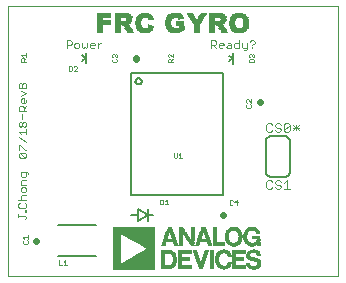
<source format=gto>
G75*
%MOIN*%
%OFA0B0*%
%FSLAX25Y25*%
%IPPOS*%
%LPD*%
%AMOC8*
5,1,8,0,0,1.08239X$1,22.5*
%
%ADD10C,0.00000*%
%ADD11C,0.00300*%
%ADD12C,0.00200*%
%ADD13R,0.00336X0.00042*%
%ADD14R,0.13776X0.00042*%
%ADD15R,0.00924X0.00042*%
%ADD16R,0.01176X0.00042*%
%ADD17R,0.13776X0.00042*%
%ADD18R,0.01386X0.00042*%
%ADD19R,0.01638X0.00042*%
%ADD20R,0.01722X0.00042*%
%ADD21R,0.01974X0.00042*%
%ADD22R,0.02646X0.00042*%
%ADD23R,0.04662X0.00042*%
%ADD24R,0.04536X0.00042*%
%ADD25R,0.02226X0.00042*%
%ADD26R,0.03024X0.00042*%
%ADD27R,0.01218X0.00042*%
%ADD28R,0.01302X0.00042*%
%ADD29R,0.02184X0.00042*%
%ADD30R,0.02436X0.00042*%
%ADD31R,0.03234X0.00042*%
%ADD32R,0.04662X0.00042*%
%ADD33R,0.01218X0.00042*%
%ADD34R,0.01302X0.00042*%
%ADD35R,0.02394X0.00042*%
%ADD36R,0.04536X0.00042*%
%ADD37R,0.02646X0.00042*%
%ADD38R,0.03402X0.00042*%
%ADD39R,0.01260X0.00042*%
%ADD40R,0.02562X0.00042*%
%ADD41R,0.02814X0.00042*%
%ADD42R,0.03528X0.00042*%
%ADD43R,0.02730X0.00042*%
%ADD44R,0.02982X0.00042*%
%ADD45R,0.03654X0.00042*%
%ADD46R,0.02898X0.00042*%
%ADD47R,0.03150X0.00042*%
%ADD48R,0.03738X0.00042*%
%ADD49R,0.03024X0.00042*%
%ADD50R,0.03822X0.00042*%
%ADD51R,0.01386X0.00042*%
%ADD52R,0.03906X0.00042*%
%ADD53R,0.03276X0.00042*%
%ADD54R,0.03486X0.00042*%
%ADD55R,0.03990X0.00042*%
%ADD56R,0.01470X0.00042*%
%ADD57R,0.03360X0.00042*%
%ADD58R,0.03570X0.00042*%
%ADD59R,0.04032X0.00042*%
%ADD60R,0.03444X0.00042*%
%ADD61R,0.03738X0.00042*%
%ADD62R,0.04116X0.00042*%
%ADD63R,0.01470X0.00042*%
%ADD64R,0.03612X0.00042*%
%ADD65R,0.03822X0.00042*%
%ADD66R,0.04158X0.00042*%
%ADD67R,0.01554X0.00042*%
%ADD68R,0.03696X0.00042*%
%ADD69R,0.04242X0.00042*%
%ADD70R,0.03780X0.00042*%
%ADD71R,0.03990X0.00042*%
%ADD72R,0.04284X0.00042*%
%ADD73R,0.03864X0.00042*%
%ADD74R,0.04074X0.00042*%
%ADD75R,0.04326X0.00042*%
%ADD76R,0.03948X0.00042*%
%ADD77R,0.04368X0.00042*%
%ADD78R,0.01638X0.00042*%
%ADD79R,0.04410X0.00042*%
%ADD80R,0.04452X0.00042*%
%ADD81R,0.04116X0.00042*%
%ADD82R,0.04326X0.00042*%
%ADD83R,0.04494X0.00042*%
%ADD84R,0.01722X0.00042*%
%ADD85R,0.04200X0.00042*%
%ADD86R,0.01848X0.00042*%
%ADD87R,0.01974X0.00042*%
%ADD88R,0.01932X0.00042*%
%ADD89R,0.01890X0.00042*%
%ADD90R,0.01680X0.00042*%
%ADD91R,0.01764X0.00042*%
%ADD92R,0.04578X0.00042*%
%ADD93R,0.01806X0.00042*%
%ADD94R,0.01806X0.00042*%
%ADD95R,0.01596X0.00042*%
%ADD96R,0.04620X0.00042*%
%ADD97R,0.01512X0.00042*%
%ADD98R,0.02058X0.00042*%
%ADD99R,0.01806X0.00042*%
%ADD100R,0.01596X0.00042*%
%ADD101R,0.01470X0.00042*%
%ADD102R,0.01848X0.00042*%
%ADD103R,0.01470X0.00042*%
%ADD104R,0.01512X0.00042*%
%ADD105R,0.01260X0.00042*%
%ADD106R,0.01512X0.00042*%
%ADD107R,0.01428X0.00042*%
%ADD108R,0.01176X0.00042*%
%ADD109R,0.01428X0.00042*%
%ADD110R,0.01554X0.00042*%
%ADD111R,0.02016X0.00042*%
%ADD112R,0.02058X0.00042*%
%ADD113R,0.01344X0.00042*%
%ADD114R,0.01428X0.00042*%
%ADD115R,0.02100X0.00042*%
%ADD116R,0.02142X0.00042*%
%ADD117R,0.01344X0.00042*%
%ADD118R,0.02184X0.00042*%
%ADD119R,0.02226X0.00042*%
%ADD120R,0.02226X0.00042*%
%ADD121R,0.02268X0.00042*%
%ADD122R,0.10920X0.00042*%
%ADD123R,0.02310X0.00042*%
%ADD124R,0.02814X0.00042*%
%ADD125R,0.10836X0.00042*%
%ADD126R,0.02310X0.00042*%
%ADD127R,0.10752X0.00042*%
%ADD128R,0.01176X0.00042*%
%ADD129R,0.01134X0.00042*%
%ADD130R,0.10710X0.00042*%
%ADD131R,0.10626X0.00042*%
%ADD132R,0.10542X0.00042*%
%ADD133R,0.01134X0.00042*%
%ADD134R,0.10500X0.00042*%
%ADD135R,0.10416X0.00042*%
%ADD136R,0.01134X0.00042*%
%ADD137R,0.10332X0.00042*%
%ADD138R,0.10248X0.00042*%
%ADD139R,0.10206X0.00042*%
%ADD140R,0.10122X0.00042*%
%ADD141R,0.10038X0.00042*%
%ADD142R,0.09996X0.00042*%
%ADD143R,0.01428X0.00042*%
%ADD144R,0.09912X0.00042*%
%ADD145R,0.09828X0.00042*%
%ADD146R,0.09744X0.00042*%
%ADD147R,0.09702X0.00042*%
%ADD148R,0.09618X0.00042*%
%ADD149R,0.09534X0.00042*%
%ADD150R,0.09492X0.00042*%
%ADD151R,0.09408X0.00042*%
%ADD152R,0.09324X0.00042*%
%ADD153R,0.02520X0.00042*%
%ADD154R,0.09282X0.00042*%
%ADD155R,0.02688X0.00042*%
%ADD156R,0.09198X0.00042*%
%ADD157R,0.02856X0.00042*%
%ADD158R,0.09114X0.00042*%
%ADD159R,0.02940X0.00042*%
%ADD160R,0.09030X0.00042*%
%ADD161R,0.04158X0.00042*%
%ADD162R,0.04032X0.00042*%
%ADD163R,0.03108X0.00042*%
%ADD164R,0.08988X0.00042*%
%ADD165R,0.03192X0.00042*%
%ADD166R,0.08904X0.00042*%
%ADD167R,0.01218X0.00042*%
%ADD168R,0.03318X0.00042*%
%ADD169R,0.08820X0.00042*%
%ADD170R,0.08778X0.00042*%
%ADD171R,0.01176X0.00042*%
%ADD172R,0.03486X0.00042*%
%ADD173R,0.08694X0.00042*%
%ADD174R,0.08610X0.00042*%
%ADD175R,0.03612X0.00042*%
%ADD176R,0.08568X0.00042*%
%ADD177R,0.08484X0.00042*%
%ADD178R,0.03612X0.00042*%
%ADD179R,0.08400X0.00042*%
%ADD180R,0.08316X0.00042*%
%ADD181R,0.08274X0.00042*%
%ADD182R,0.08190X0.00042*%
%ADD183R,0.08106X0.00042*%
%ADD184R,0.08064X0.00042*%
%ADD185R,0.03570X0.00042*%
%ADD186R,0.07980X0.00042*%
%ADD187R,0.07896X0.00042*%
%ADD188R,0.01218X0.00042*%
%ADD189R,0.03444X0.00042*%
%ADD190R,0.07854X0.00042*%
%ADD191R,0.07770X0.00042*%
%ADD192R,0.07686X0.00042*%
%ADD193R,0.03108X0.00042*%
%ADD194R,0.07602X0.00042*%
%ADD195R,0.07560X0.00042*%
%ADD196R,0.02730X0.00042*%
%ADD197R,0.07476X0.00042*%
%ADD198R,0.02520X0.00042*%
%ADD199R,0.07392X0.00042*%
%ADD200R,0.07350X0.00042*%
%ADD201R,0.07266X0.00042*%
%ADD202R,0.01932X0.00042*%
%ADD203R,0.07182X0.00042*%
%ADD204R,0.07140X0.00042*%
%ADD205R,0.07056X0.00042*%
%ADD206R,0.06972X0.00042*%
%ADD207R,0.06888X0.00042*%
%ADD208R,0.06846X0.00042*%
%ADD209R,0.06762X0.00042*%
%ADD210R,0.06678X0.00042*%
%ADD211R,0.06636X0.00042*%
%ADD212R,0.06552X0.00042*%
%ADD213R,0.06468X0.00042*%
%ADD214R,0.06426X0.00042*%
%ADD215R,0.06342X0.00042*%
%ADD216R,0.06258X0.00042*%
%ADD217R,0.06174X0.00042*%
%ADD218R,0.06132X0.00042*%
%ADD219R,0.06048X0.00042*%
%ADD220R,0.05964X0.00042*%
%ADD221R,0.05922X0.00042*%
%ADD222R,0.05838X0.00042*%
%ADD223R,0.05754X0.00042*%
%ADD224R,0.05712X0.00042*%
%ADD225R,0.05628X0.00042*%
%ADD226R,0.05544X0.00042*%
%ADD227R,0.05460X0.00042*%
%ADD228R,0.05418X0.00042*%
%ADD229R,0.05334X0.00042*%
%ADD230R,0.05250X0.00042*%
%ADD231R,0.05208X0.00042*%
%ADD232R,0.01764X0.00042*%
%ADD233R,0.01554X0.00042*%
%ADD234R,0.05124X0.00042*%
%ADD235R,0.05040X0.00042*%
%ADD236R,0.04998X0.00042*%
%ADD237R,0.02142X0.00042*%
%ADD238R,0.04914X0.00042*%
%ADD239R,0.04578X0.00042*%
%ADD240R,0.01680X0.00042*%
%ADD241R,0.04410X0.00042*%
%ADD242R,0.04830X0.00042*%
%ADD243R,0.04494X0.00042*%
%ADD244R,0.04746X0.00042*%
%ADD245R,0.01848X0.00042*%
%ADD246R,0.04704X0.00042*%
%ADD247R,0.04620X0.00042*%
%ADD248R,0.04242X0.00042*%
%ADD249R,0.04326X0.00042*%
%ADD250R,0.03906X0.00042*%
%ADD251R,0.04200X0.00042*%
%ADD252R,0.03612X0.00042*%
%ADD253R,0.03990X0.00042*%
%ADD254R,0.03528X0.00042*%
%ADD255R,0.03696X0.00042*%
%ADD256R,0.03066X0.00042*%
%ADD257R,0.02898X0.00042*%
%ADD258R,0.02604X0.00042*%
%ADD259R,0.03402X0.00042*%
%ADD260R,0.03276X0.00042*%
%ADD261R,0.02436X0.00042*%
%ADD262R,0.03066X0.00042*%
%ADD263R,0.00672X0.00042*%
%ADD264R,0.00630X0.00042*%
%ADD265R,0.02772X0.00042*%
%ADD266R,0.02562X0.00042*%
%ADD267R,0.02478X0.00042*%
%ADD268R,0.02394X0.00042*%
%ADD269R,0.02352X0.00042*%
%ADD270R,0.02520X0.00042*%
%ADD271R,0.03234X0.00042*%
%ADD272R,0.03318X0.00042*%
%ADD273R,0.00504X0.00042*%
%ADD274R,0.00504X0.00042*%
%ADD275R,0.01050X0.00042*%
%ADD276R,0.01890X0.00042*%
%ADD277R,0.01008X0.00042*%
%ADD278R,0.04284X0.00042*%
%ADD279R,0.02856X0.00042*%
%ADD280R,0.02604X0.00042*%
%ADD281R,0.01008X0.00042*%
%ADD282R,0.02856X0.00042*%
%ADD283R,0.03234X0.00042*%
%ADD284R,0.01554X0.00042*%
%ADD285R,0.04956X0.00042*%
%ADD286R,0.04788X0.00042*%
%ADD287R,0.05292X0.00042*%
%ADD288R,0.04872X0.00042*%
%ADD289R,0.04914X0.00042*%
%ADD290R,0.05502X0.00042*%
%ADD291R,0.02352X0.00042*%
%ADD292R,0.05586X0.00042*%
%ADD293R,0.05670X0.00042*%
%ADD294R,0.05796X0.00042*%
%ADD295R,0.05880X0.00042*%
%ADD296R,0.01890X0.00042*%
%ADD297R,0.06006X0.00042*%
%ADD298R,0.06090X0.00042*%
%ADD299R,0.06174X0.00042*%
%ADD300R,0.02016X0.00042*%
%ADD301R,0.04662X0.00042*%
%ADD302R,0.06384X0.00042*%
%ADD303R,0.06468X0.00042*%
%ADD304R,0.02142X0.00042*%
%ADD305R,0.04620X0.00042*%
%ADD306R,0.06678X0.00042*%
%ADD307R,0.06762X0.00042*%
%ADD308R,0.02226X0.00042*%
%ADD309R,0.06930X0.00042*%
%ADD310R,0.07014X0.00042*%
%ADD311R,0.07056X0.00042*%
%ADD312R,0.04368X0.00042*%
%ADD313R,0.07224X0.00042*%
%ADD314R,0.07308X0.00042*%
%ADD315R,0.01092X0.00042*%
%ADD316R,0.07392X0.00042*%
%ADD317R,0.04284X0.00042*%
%ADD318R,0.01092X0.00042*%
%ADD319R,0.07434X0.00042*%
%ADD320R,0.07518X0.00042*%
%ADD321R,0.07686X0.00042*%
%ADD322R,0.07728X0.00042*%
%ADD323R,0.07812X0.00042*%
%ADD324R,0.07896X0.00042*%
%ADD325R,0.08064X0.00042*%
%ADD326R,0.08190X0.00042*%
%ADD327R,0.08358X0.00042*%
%ADD328R,0.01092X0.00042*%
%ADD329R,0.08442X0.00042*%
%ADD330R,0.01092X0.00042*%
%ADD331R,0.08484X0.00042*%
%ADD332R,0.08652X0.00042*%
%ADD333R,0.08736X0.00042*%
%ADD334R,0.08778X0.00042*%
%ADD335R,0.08862X0.00042*%
%ADD336R,0.08946X0.00042*%
%ADD337R,0.09030X0.00042*%
%ADD338R,0.09156X0.00042*%
%ADD339R,0.09240X0.00042*%
%ADD340R,0.01134X0.00042*%
%ADD341R,0.01050X0.00042*%
%ADD342R,0.09324X0.00042*%
%ADD343R,0.09450X0.00042*%
%ADD344R,0.09534X0.00042*%
%ADD345R,0.09702X0.00042*%
%ADD346R,0.09786X0.00042*%
%ADD347R,0.09912X0.00042*%
%ADD348R,0.09996X0.00042*%
%ADD349R,0.10080X0.00042*%
%ADD350R,0.10164X0.00042*%
%ADD351R,0.10206X0.00042*%
%ADD352R,0.10290X0.00042*%
%ADD353R,0.10374X0.00042*%
%ADD354R,0.10458X0.00042*%
%ADD355R,0.10500X0.00042*%
%ADD356R,0.10584X0.00042*%
%ADD357R,0.10668X0.00042*%
%ADD358R,0.10878X0.00042*%
%ADD359R,0.02268X0.00042*%
%ADD360R,0.02142X0.00042*%
%ADD361R,0.01848X0.00042*%
%ADD362R,0.01890X0.00042*%
%ADD363R,0.04326X0.00042*%
%ADD364R,0.03948X0.00042*%
%ADD365R,0.03948X0.00042*%
%ADD366R,0.03864X0.00042*%
%ADD367R,0.03276X0.00042*%
%ADD368R,0.01512X0.00042*%
%ADD369R,0.03150X0.00042*%
%ADD370R,0.02520X0.00042*%
%ADD371R,0.00588X0.00042*%
%ADD372C,0.00500*%
%ADD373R,0.01680X0.00140*%
%ADD374R,0.01960X0.00140*%
%ADD375R,0.02240X0.00140*%
%ADD376R,0.02660X0.00140*%
%ADD377R,0.02940X0.00140*%
%ADD378R,0.02240X0.00140*%
%ADD379R,0.02800X0.00140*%
%ADD380R,0.03360X0.00140*%
%ADD381R,0.03640X0.00140*%
%ADD382R,0.03500X0.00140*%
%ADD383R,0.03780X0.00140*%
%ADD384R,0.04060X0.00140*%
%ADD385R,0.03920X0.00140*%
%ADD386R,0.04200X0.00140*%
%ADD387R,0.04620X0.00140*%
%ADD388R,0.04340X0.00140*%
%ADD389R,0.01960X0.00140*%
%ADD390R,0.02240X0.00140*%
%ADD391R,0.04480X0.00140*%
%ADD392R,0.05040X0.00140*%
%ADD393R,0.04620X0.00140*%
%ADD394R,0.04760X0.00140*%
%ADD395R,0.05320X0.00140*%
%ADD396R,0.04900X0.00140*%
%ADD397R,0.05040X0.00140*%
%ADD398R,0.05600X0.00140*%
%ADD399R,0.05180X0.00140*%
%ADD400R,0.05880X0.00140*%
%ADD401R,0.05460X0.00140*%
%ADD402R,0.02380X0.00140*%
%ADD403R,0.05320X0.00140*%
%ADD404R,0.02240X0.00140*%
%ADD405R,0.05600X0.00140*%
%ADD406R,0.06020X0.00140*%
%ADD407R,0.05740X0.00140*%
%ADD408R,0.02520X0.00140*%
%ADD409R,0.02100X0.00140*%
%ADD410R,0.01680X0.00140*%
%ADD411R,0.02100X0.00140*%
%ADD412R,0.01820X0.00140*%
%ADD413R,0.01120X0.00140*%
%ADD414R,0.02940X0.00140*%
%ADD415R,0.00700X0.00140*%
%ADD416R,0.04480X0.00140*%
%ADD417R,0.04620X0.00140*%
%ADD418R,0.00280X0.00140*%
%ADD419R,0.04340X0.00140*%
%ADD420R,0.02940X0.00140*%
%ADD421R,0.04340X0.00140*%
%ADD422R,0.02520X0.00140*%
%ADD423R,0.05460X0.00140*%
%ADD424R,0.03080X0.00140*%
%ADD425R,0.03920X0.00140*%
%ADD426R,0.01120X0.00140*%
%ADD427R,0.00560X0.00140*%
%ADD428R,0.02380X0.00140*%
%ADD429R,0.05740X0.00140*%
%ADD430R,0.05740X0.00140*%
%ADD431R,0.04900X0.00140*%
%ADD432R,0.05320X0.00140*%
%ADD433R,0.05180X0.00140*%
%ADD434R,0.05040X0.00140*%
%ADD435R,0.04760X0.00140*%
%ADD436R,0.03360X0.00140*%
%ADD437R,0.03640X0.00140*%
%ADD438R,0.04340X0.00140*%
%ADD439R,0.01540X0.00140*%
%ADD440C,0.00400*%
%ADD441C,0.02200*%
%ADD442C,0.00800*%
%ADD443C,0.00600*%
D10*
X0091333Y0088903D02*
X0091333Y0178903D01*
X0201183Y0178903D01*
X0201183Y0088903D01*
X0091333Y0088903D01*
D11*
X0096796Y0107853D02*
X0097213Y0108270D01*
X0097213Y0108687D01*
X0096796Y0109104D01*
X0094711Y0109104D01*
X0094711Y0108687D02*
X0094711Y0109521D01*
X0095128Y0111721D02*
X0096796Y0111721D01*
X0097213Y0112138D01*
X0097213Y0112972D01*
X0096796Y0113389D01*
X0097213Y0114299D02*
X0094711Y0114299D01*
X0095545Y0114716D02*
X0095545Y0115550D01*
X0095962Y0115967D01*
X0097213Y0115967D01*
X0096796Y0116877D02*
X0097213Y0117294D01*
X0097213Y0118128D01*
X0096796Y0118545D01*
X0095962Y0118545D01*
X0095545Y0118128D01*
X0095545Y0117294D01*
X0095962Y0116877D01*
X0096796Y0116877D01*
X0095545Y0114716D02*
X0095962Y0114299D01*
X0095128Y0113389D02*
X0094711Y0112972D01*
X0094711Y0112138D01*
X0095128Y0111721D01*
X0096796Y0110849D02*
X0097213Y0110849D01*
X0097213Y0110432D01*
X0096796Y0110432D01*
X0096796Y0110849D01*
X0097213Y0119455D02*
X0095545Y0119455D01*
X0095545Y0120706D01*
X0095962Y0121123D01*
X0097213Y0121123D01*
X0096796Y0122033D02*
X0097213Y0122450D01*
X0097213Y0123702D01*
X0097630Y0123702D02*
X0095545Y0123702D01*
X0095545Y0122450D01*
X0095962Y0122033D01*
X0096796Y0122033D01*
X0098047Y0122867D02*
X0098047Y0123284D01*
X0097630Y0123702D01*
X0096896Y0128453D02*
X0095228Y0130121D01*
X0096896Y0130121D01*
X0097313Y0129704D01*
X0097313Y0128870D01*
X0096896Y0128453D01*
X0095228Y0128453D01*
X0094811Y0128870D01*
X0094811Y0129704D01*
X0095228Y0130121D01*
X0094811Y0131032D02*
X0094811Y0132700D01*
X0095228Y0132700D01*
X0096896Y0131032D01*
X0097313Y0131032D01*
X0097313Y0133610D02*
X0094811Y0135278D01*
X0095645Y0136188D02*
X0094811Y0137022D01*
X0097313Y0137022D01*
X0097313Y0136188D02*
X0097313Y0137856D01*
X0096896Y0138766D02*
X0096479Y0138766D01*
X0096062Y0139183D01*
X0096062Y0140017D01*
X0096479Y0140434D01*
X0096896Y0140434D01*
X0097313Y0140017D01*
X0097313Y0139183D01*
X0096896Y0138766D01*
X0096062Y0139183D02*
X0095645Y0138766D01*
X0095228Y0138766D01*
X0094811Y0139183D01*
X0094811Y0140017D01*
X0095228Y0140434D01*
X0095645Y0140434D01*
X0096062Y0140017D01*
X0096062Y0141344D02*
X0096062Y0143012D01*
X0096479Y0143923D02*
X0096479Y0145174D01*
X0096062Y0145591D01*
X0095228Y0145591D01*
X0094811Y0145174D01*
X0094811Y0143923D01*
X0097313Y0143923D01*
X0096479Y0144757D02*
X0097313Y0145591D01*
X0096896Y0146501D02*
X0096062Y0146501D01*
X0095645Y0146918D01*
X0095645Y0147752D01*
X0096062Y0148169D01*
X0096479Y0148169D01*
X0096479Y0146501D01*
X0096896Y0146501D02*
X0097313Y0146918D01*
X0097313Y0147752D01*
X0095645Y0149079D02*
X0097313Y0149913D01*
X0095645Y0150747D01*
X0096062Y0151657D02*
X0096062Y0152908D01*
X0096479Y0153325D01*
X0096896Y0153325D01*
X0097313Y0152908D01*
X0097313Y0151657D01*
X0094811Y0151657D01*
X0094811Y0152908D01*
X0095228Y0153325D01*
X0095645Y0153325D01*
X0096062Y0152908D01*
X0110783Y0165023D02*
X0110783Y0167525D01*
X0112034Y0167525D01*
X0112451Y0167108D01*
X0112451Y0166274D01*
X0112034Y0165857D01*
X0110783Y0165857D01*
X0113362Y0165440D02*
X0113779Y0165023D01*
X0114613Y0165023D01*
X0115030Y0165440D01*
X0115030Y0166274D01*
X0114613Y0166691D01*
X0113779Y0166691D01*
X0113362Y0166274D01*
X0113362Y0165440D01*
X0115940Y0165440D02*
X0116357Y0165023D01*
X0116774Y0165440D01*
X0117191Y0165023D01*
X0117608Y0165440D01*
X0117608Y0166691D01*
X0118518Y0166274D02*
X0118935Y0166691D01*
X0119769Y0166691D01*
X0120186Y0166274D01*
X0120186Y0165857D01*
X0118518Y0165857D01*
X0118518Y0165440D02*
X0118518Y0166274D01*
X0118518Y0165440D02*
X0118935Y0165023D01*
X0119769Y0165023D01*
X0121096Y0165023D02*
X0121096Y0166691D01*
X0121096Y0165857D02*
X0121930Y0166691D01*
X0122347Y0166691D01*
X0115940Y0166691D02*
X0115940Y0165440D01*
X0158883Y0165857D02*
X0160134Y0165857D01*
X0160551Y0166274D01*
X0160551Y0167108D01*
X0160134Y0167525D01*
X0158883Y0167525D01*
X0158883Y0165023D01*
X0159717Y0165857D02*
X0160551Y0165023D01*
X0161462Y0165440D02*
X0161462Y0166274D01*
X0161879Y0166691D01*
X0162713Y0166691D01*
X0163130Y0166274D01*
X0163130Y0165857D01*
X0161462Y0165857D01*
X0161462Y0165440D02*
X0161879Y0165023D01*
X0162713Y0165023D01*
X0164040Y0165440D02*
X0164457Y0165857D01*
X0165708Y0165857D01*
X0165708Y0166274D02*
X0165708Y0165023D01*
X0164457Y0165023D01*
X0164040Y0165440D01*
X0164457Y0166691D02*
X0165291Y0166691D01*
X0165708Y0166274D01*
X0166618Y0166274D02*
X0167035Y0166691D01*
X0168286Y0166691D01*
X0168286Y0167525D02*
X0168286Y0165023D01*
X0167035Y0165023D01*
X0166618Y0165440D01*
X0166618Y0166274D01*
X0169196Y0166691D02*
X0169196Y0165440D01*
X0169613Y0165023D01*
X0170864Y0165023D01*
X0170864Y0164606D02*
X0170864Y0166691D01*
X0171774Y0167108D02*
X0172191Y0167525D01*
X0173025Y0167525D01*
X0173442Y0167108D01*
X0173442Y0166691D01*
X0172608Y0165857D01*
X0172608Y0165440D02*
X0172608Y0165023D01*
X0170864Y0164606D02*
X0170447Y0164189D01*
X0170030Y0164189D01*
D12*
X0171692Y0162677D02*
X0171959Y0162943D01*
X0172226Y0162943D01*
X0172493Y0162677D01*
X0172760Y0162943D01*
X0173026Y0162943D01*
X0173293Y0162677D01*
X0173293Y0162143D01*
X0173026Y0161876D01*
X0173026Y0161286D02*
X0171959Y0161286D01*
X0171692Y0161019D01*
X0171692Y0160219D01*
X0173293Y0160219D01*
X0173293Y0161019D01*
X0173026Y0161286D01*
X0171959Y0161876D02*
X0171692Y0162143D01*
X0171692Y0162677D01*
X0172493Y0162677D02*
X0172493Y0162410D01*
X0146123Y0161956D02*
X0145056Y0163023D01*
X0144789Y0163023D01*
X0144522Y0162757D01*
X0144522Y0162223D01*
X0144789Y0161956D01*
X0144789Y0161366D02*
X0145323Y0161366D01*
X0145590Y0161099D01*
X0145590Y0160298D01*
X0146123Y0160298D02*
X0144522Y0160298D01*
X0144522Y0161099D01*
X0144789Y0161366D01*
X0145590Y0160832D02*
X0146123Y0161366D01*
X0146123Y0161956D02*
X0146123Y0163023D01*
X0127631Y0162681D02*
X0127631Y0162148D01*
X0127364Y0161881D01*
X0127364Y0161291D02*
X0127631Y0161024D01*
X0127631Y0160490D01*
X0127364Y0160223D01*
X0126297Y0160223D01*
X0126030Y0160490D01*
X0126030Y0161024D01*
X0126297Y0161291D01*
X0126297Y0161881D02*
X0126030Y0162148D01*
X0126030Y0162681D01*
X0126297Y0162948D01*
X0126564Y0162948D01*
X0126831Y0162681D01*
X0127098Y0162948D01*
X0127364Y0162948D01*
X0127631Y0162681D01*
X0126831Y0162681D02*
X0126831Y0162415D01*
X0114200Y0158668D02*
X0113933Y0158935D01*
X0113400Y0158935D01*
X0113133Y0158668D01*
X0112543Y0158668D02*
X0112276Y0158935D01*
X0111475Y0158935D01*
X0111475Y0157333D01*
X0112276Y0157333D01*
X0112543Y0157600D01*
X0112543Y0158668D01*
X0113133Y0157333D02*
X0114200Y0158401D01*
X0114200Y0158668D01*
X0114200Y0157333D02*
X0113133Y0157333D01*
X0097253Y0160451D02*
X0095652Y0160451D01*
X0095652Y0161251D01*
X0095919Y0161518D01*
X0096453Y0161518D01*
X0096720Y0161251D01*
X0096720Y0160451D01*
X0096720Y0160984D02*
X0097253Y0161518D01*
X0097253Y0162108D02*
X0097253Y0163175D01*
X0097253Y0162642D02*
X0095652Y0162642D01*
X0096186Y0162108D01*
X0170552Y0147563D02*
X0170552Y0147030D01*
X0170819Y0146763D01*
X0170819Y0146173D02*
X0170552Y0145906D01*
X0170552Y0145372D01*
X0170819Y0145105D01*
X0171886Y0145105D01*
X0172153Y0145372D01*
X0172153Y0145906D01*
X0171886Y0146173D01*
X0172153Y0146763D02*
X0171086Y0147830D01*
X0170819Y0147830D01*
X0170552Y0147563D01*
X0172153Y0147830D02*
X0172153Y0146763D01*
X0148725Y0129893D02*
X0148725Y0128291D01*
X0149258Y0128291D02*
X0148191Y0128291D01*
X0147601Y0128558D02*
X0147601Y0129893D01*
X0148191Y0129359D02*
X0148725Y0129893D01*
X0147601Y0128558D02*
X0147334Y0128291D01*
X0146800Y0128291D01*
X0146533Y0128558D01*
X0146533Y0129893D01*
X0144194Y0114439D02*
X0144194Y0112838D01*
X0143660Y0112838D02*
X0144728Y0112838D01*
X0143660Y0113906D02*
X0144194Y0114439D01*
X0143070Y0114173D02*
X0142803Y0114439D01*
X0142003Y0114439D01*
X0142003Y0112838D01*
X0142803Y0112838D01*
X0143070Y0113105D01*
X0143070Y0114173D01*
X0165088Y0114050D02*
X0165088Y0112983D01*
X0165355Y0112716D01*
X0165889Y0112716D01*
X0166156Y0112983D01*
X0166746Y0113516D02*
X0167813Y0113516D01*
X0167546Y0112716D02*
X0167546Y0114317D01*
X0166746Y0113516D01*
X0166156Y0114050D02*
X0165889Y0114317D01*
X0165355Y0114317D01*
X0165088Y0114050D01*
X0110395Y0094235D02*
X0110395Y0092634D01*
X0109861Y0092634D02*
X0110929Y0092634D01*
X0109861Y0093701D02*
X0110395Y0094235D01*
X0109271Y0092634D02*
X0108204Y0092634D01*
X0108204Y0094235D01*
X0097771Y0100055D02*
X0097771Y0100589D01*
X0097504Y0100856D01*
X0097771Y0101446D02*
X0097771Y0102513D01*
X0097771Y0101980D02*
X0096170Y0101980D01*
X0096704Y0101446D01*
X0096437Y0100856D02*
X0096170Y0100589D01*
X0096170Y0100055D01*
X0096437Y0099789D01*
X0097504Y0099789D01*
X0097771Y0100055D01*
D13*
X0173210Y0091089D03*
D14*
X0133142Y0091131D03*
X0133142Y0091215D03*
X0133142Y0091257D03*
X0133142Y0091299D03*
X0133142Y0091383D03*
X0133142Y0091425D03*
X0133142Y0091467D03*
X0133142Y0091551D03*
X0133142Y0091593D03*
X0133142Y0091635D03*
X0133142Y0091677D03*
X0133142Y0091761D03*
X0133142Y0091803D03*
X0133142Y0091845D03*
X0133142Y0091929D03*
X0133142Y0091971D03*
X0133142Y0092013D03*
X0133142Y0092097D03*
X0133142Y0092139D03*
X0133142Y0092181D03*
X0133142Y0092265D03*
X0133142Y0092307D03*
X0133142Y0092349D03*
X0133142Y0092433D03*
X0133142Y0092475D03*
X0133142Y0092517D03*
X0133142Y0092601D03*
X0133142Y0092643D03*
X0133142Y0092685D03*
X0133142Y0092727D03*
X0133142Y0092811D03*
X0133142Y0092853D03*
X0133142Y0102807D03*
X0133142Y0102849D03*
X0133142Y0102933D03*
X0133142Y0102975D03*
X0133142Y0103017D03*
X0133142Y0103101D03*
X0133142Y0103143D03*
X0133142Y0103185D03*
X0133142Y0103227D03*
X0133142Y0103311D03*
X0133142Y0103353D03*
X0133142Y0103395D03*
X0133142Y0103479D03*
X0133142Y0103521D03*
X0133142Y0103563D03*
X0133142Y0103647D03*
X0133142Y0103689D03*
X0133142Y0103731D03*
X0133142Y0103815D03*
X0133142Y0103857D03*
X0133142Y0103899D03*
X0133142Y0103983D03*
X0133142Y0104025D03*
X0133142Y0104067D03*
X0133142Y0104151D03*
X0133142Y0104193D03*
X0133142Y0104235D03*
X0133142Y0104277D03*
X0133142Y0104361D03*
X0133142Y0104403D03*
X0133142Y0104445D03*
X0133142Y0104529D03*
X0133142Y0104571D03*
X0133142Y0104613D03*
X0133142Y0104697D03*
X0133142Y0104739D03*
X0133142Y0104781D03*
X0133142Y0104865D03*
X0133142Y0104907D03*
X0133142Y0104949D03*
D15*
X0166490Y0105075D03*
X0163088Y0091131D03*
D16*
X0166616Y0092349D03*
X0166616Y0092433D03*
X0166616Y0092475D03*
X0166616Y0092517D03*
X0166616Y0092601D03*
X0166616Y0092643D03*
X0166616Y0092685D03*
X0166616Y0092727D03*
X0166616Y0092811D03*
X0166616Y0092853D03*
X0166616Y0092895D03*
X0166616Y0092979D03*
X0166616Y0093021D03*
X0166616Y0093063D03*
X0166616Y0093147D03*
X0166616Y0093189D03*
X0166616Y0093231D03*
X0166616Y0093315D03*
X0166616Y0093357D03*
X0166616Y0093399D03*
X0166616Y0093483D03*
X0166616Y0093525D03*
X0166616Y0093567D03*
X0166616Y0093651D03*
X0166616Y0093693D03*
X0166616Y0093735D03*
X0166616Y0093777D03*
X0166616Y0093861D03*
X0166616Y0093903D03*
X0166616Y0095079D03*
X0166616Y0095121D03*
X0166616Y0095163D03*
X0166616Y0095247D03*
X0166616Y0095289D03*
X0166616Y0095331D03*
X0166616Y0095415D03*
X0166616Y0095457D03*
X0166616Y0095499D03*
X0166616Y0095583D03*
X0166616Y0095625D03*
X0166616Y0095667D03*
X0166616Y0095751D03*
X0166616Y0095793D03*
X0166616Y0095835D03*
X0166616Y0095877D03*
X0166616Y0095961D03*
X0166616Y0096003D03*
X0166616Y0096045D03*
X0166616Y0096129D03*
X0166616Y0096171D03*
X0166616Y0096213D03*
X0166616Y0096297D03*
X0171320Y0095835D03*
X0171236Y0093063D03*
X0171236Y0093021D03*
X0171236Y0092979D03*
X0171236Y0092895D03*
X0171236Y0092853D03*
X0171236Y0092811D03*
X0171278Y0092727D03*
X0173168Y0091131D03*
X0174848Y0095751D03*
X0174848Y0095793D03*
X0174806Y0095877D03*
X0174806Y0095961D03*
X0174764Y0100665D03*
X0170438Y0100917D03*
X0170396Y0101043D03*
X0170396Y0101085D03*
X0170396Y0102639D03*
X0170396Y0102681D03*
X0170438Y0102807D03*
X0157838Y0101295D03*
X0157796Y0101421D03*
X0157796Y0101463D03*
X0157670Y0101799D03*
X0157628Y0101925D03*
X0157586Y0102051D03*
X0155066Y0101127D03*
X0155066Y0101085D03*
X0154730Y0100077D03*
X0154688Y0099951D03*
X0154646Y0099825D03*
X0146498Y0101379D03*
X0146498Y0101421D03*
X0146456Y0101463D03*
X0146456Y0101547D03*
X0146414Y0101589D03*
X0146414Y0101631D03*
X0146330Y0101883D03*
X0146288Y0101925D03*
X0146288Y0101967D03*
X0146246Y0102051D03*
X0146246Y0102093D03*
X0146120Y0102429D03*
X0143810Y0101295D03*
X0143810Y0101253D03*
X0143768Y0101127D03*
X0143432Y0100161D03*
X0143306Y0099783D03*
X0154646Y0093903D03*
X0154688Y0093777D03*
X0154730Y0093651D03*
X0154814Y0093399D03*
X0154814Y0093357D03*
X0154856Y0093315D03*
X0154856Y0093231D03*
X0154898Y0093147D03*
X0156200Y0093147D03*
X0156242Y0093315D03*
X0156284Y0093357D03*
X0156284Y0093399D03*
X0156368Y0093651D03*
X0156368Y0093693D03*
X0156410Y0093777D03*
X0156452Y0093903D03*
X0156452Y0093945D03*
X0156536Y0094197D03*
X0156620Y0094449D03*
D17*
X0133142Y0092769D03*
X0133142Y0092559D03*
X0133142Y0092391D03*
X0133142Y0092223D03*
X0133142Y0092055D03*
X0133142Y0091887D03*
X0133142Y0091719D03*
X0133142Y0091509D03*
X0133142Y0091341D03*
X0133142Y0091173D03*
X0133142Y0102891D03*
X0133142Y0103059D03*
X0133142Y0103269D03*
X0133142Y0103437D03*
X0133142Y0103605D03*
X0133142Y0103773D03*
X0133142Y0103941D03*
X0133142Y0104109D03*
X0133142Y0104319D03*
X0133142Y0104487D03*
X0133142Y0104655D03*
X0133142Y0104823D03*
D18*
X0145091Y0104823D03*
X0148997Y0104823D03*
X0156431Y0104823D03*
X0164579Y0103437D03*
X0164621Y0100287D03*
X0168317Y0100287D03*
X0164915Y0095919D03*
X0161303Y0095919D03*
X0161135Y0095541D03*
X0163109Y0091173D03*
X0155549Y0091509D03*
X0146645Y0092937D03*
X0146561Y0092769D03*
X0146687Y0095373D03*
X0146603Y0095541D03*
X0174281Y0103773D03*
D19*
X0174533Y0100119D03*
X0164957Y0099909D03*
X0156431Y0104487D03*
X0145091Y0104487D03*
X0152609Y0099573D03*
X0155549Y0091887D03*
X0161807Y0092223D03*
X0173147Y0091173D03*
D20*
X0171635Y0095121D03*
X0174323Y0096549D03*
X0174491Y0100035D03*
X0167897Y0099867D03*
X0164999Y0099867D03*
X0164453Y0096465D03*
X0161765Y0096465D03*
X0152567Y0099657D03*
X0152567Y0099699D03*
X0146141Y0096213D03*
X0155549Y0092097D03*
X0155549Y0092013D03*
X0163151Y0091215D03*
X0164537Y0092139D03*
X0156431Y0104361D03*
X0156431Y0104403D03*
X0149165Y0104277D03*
X0145091Y0104361D03*
D21*
X0149291Y0103899D03*
X0149291Y0103857D03*
X0156431Y0103983D03*
X0156431Y0104025D03*
X0152441Y0100077D03*
X0152441Y0100035D03*
X0161933Y0096549D03*
X0167729Y0099783D03*
X0173189Y0097389D03*
X0173147Y0091215D03*
X0163151Y0091257D03*
X0155549Y0092433D03*
X0172643Y0104907D03*
D22*
X0143621Y0097431D03*
X0138707Y0098145D03*
X0143621Y0091257D03*
D23*
X0150299Y0091257D03*
X0150299Y0091299D03*
X0150299Y0091383D03*
X0150299Y0091425D03*
X0150299Y0091467D03*
X0150299Y0091551D03*
X0150299Y0091593D03*
X0150299Y0091635D03*
X0150299Y0091677D03*
X0150299Y0091761D03*
X0150299Y0091803D03*
X0150299Y0091845D03*
X0150299Y0091929D03*
X0150299Y0091971D03*
X0150299Y0092013D03*
X0150299Y0092097D03*
X0150299Y0092139D03*
X0150299Y0092181D03*
X0150299Y0092265D03*
X0145175Y0100245D03*
X0137699Y0099279D03*
D24*
X0137762Y0099195D03*
X0137762Y0096633D03*
X0145196Y0100413D03*
X0150236Y0097431D03*
X0156494Y0100413D03*
X0168296Y0092265D03*
X0168296Y0092181D03*
X0168296Y0092139D03*
X0168296Y0092097D03*
X0168296Y0092013D03*
X0168296Y0091971D03*
X0168296Y0091929D03*
X0168296Y0091845D03*
X0168296Y0091803D03*
X0168296Y0091761D03*
X0168296Y0091677D03*
X0168296Y0091635D03*
X0168296Y0091593D03*
X0168296Y0091551D03*
X0168296Y0091467D03*
X0168296Y0091425D03*
X0168296Y0091383D03*
X0168296Y0091299D03*
X0168296Y0091257D03*
X0144566Y0092097D03*
D25*
X0152315Y0100413D03*
X0173147Y0091257D03*
D26*
X0143810Y0091299D03*
X0166490Y0104697D03*
D27*
X0168653Y0102807D03*
X0168653Y0102765D03*
X0168695Y0102639D03*
X0168695Y0102597D03*
X0168695Y0102513D03*
X0168737Y0102471D03*
X0168737Y0102429D03*
X0168737Y0102345D03*
X0168737Y0102303D03*
X0168737Y0102261D03*
X0168779Y0102051D03*
X0168779Y0101967D03*
X0168779Y0101925D03*
X0168779Y0101883D03*
X0168779Y0101799D03*
X0168779Y0101757D03*
X0168779Y0101715D03*
X0168737Y0101547D03*
X0168737Y0101463D03*
X0168737Y0101421D03*
X0168737Y0101379D03*
X0168695Y0101253D03*
X0168695Y0101211D03*
X0168653Y0101043D03*
X0168653Y0101001D03*
X0170375Y0101127D03*
X0170417Y0101001D03*
X0170459Y0100875D03*
X0170459Y0100833D03*
X0170501Y0100749D03*
X0170375Y0102597D03*
X0170417Y0102765D03*
X0170459Y0102849D03*
X0170459Y0102933D03*
X0170501Y0102975D03*
X0170501Y0103017D03*
X0170543Y0103101D03*
X0174449Y0103521D03*
X0174743Y0100581D03*
X0174743Y0096129D03*
X0174785Y0096045D03*
X0174785Y0096003D03*
X0175037Y0093021D03*
X0175037Y0092979D03*
X0175037Y0092895D03*
X0175037Y0092853D03*
X0175037Y0092811D03*
X0174995Y0092727D03*
X0174995Y0092685D03*
X0174995Y0092643D03*
X0171341Y0092601D03*
X0171299Y0092643D03*
X0171299Y0092685D03*
X0166637Y0092307D03*
X0165167Y0093063D03*
X0165167Y0093147D03*
X0165209Y0093189D03*
X0165209Y0093231D03*
X0165167Y0095415D03*
X0171341Y0095751D03*
X0171341Y0095793D03*
X0171341Y0095877D03*
X0171341Y0095961D03*
X0171425Y0096171D03*
X0160253Y0099951D03*
X0160253Y0099993D03*
X0160253Y0100035D03*
X0160253Y0100077D03*
X0160253Y0100161D03*
X0160253Y0100203D03*
X0160253Y0100245D03*
X0160253Y0100329D03*
X0160253Y0100371D03*
X0160253Y0100413D03*
X0160253Y0100497D03*
X0160253Y0100539D03*
X0160253Y0100581D03*
X0160253Y0100665D03*
X0160253Y0100707D03*
X0160253Y0100749D03*
X0160253Y0100833D03*
X0160253Y0100875D03*
X0160253Y0100917D03*
X0160253Y0101001D03*
X0160253Y0101043D03*
X0160253Y0101085D03*
X0160253Y0101127D03*
X0160253Y0101211D03*
X0160253Y0101253D03*
X0160253Y0101295D03*
X0160253Y0101379D03*
X0160253Y0101421D03*
X0160253Y0101463D03*
X0160253Y0101547D03*
X0160253Y0101589D03*
X0160253Y0101631D03*
X0160253Y0101715D03*
X0160253Y0101757D03*
X0160253Y0101799D03*
X0160253Y0101883D03*
X0160253Y0101925D03*
X0160253Y0101967D03*
X0160253Y0102051D03*
X0160253Y0102093D03*
X0160253Y0102135D03*
X0160253Y0102177D03*
X0160253Y0102261D03*
X0160253Y0102303D03*
X0160253Y0102345D03*
X0160253Y0102429D03*
X0160253Y0102471D03*
X0160253Y0102513D03*
X0160253Y0102597D03*
X0160253Y0102639D03*
X0160253Y0102681D03*
X0160253Y0102765D03*
X0160253Y0102807D03*
X0160253Y0102849D03*
X0160253Y0102933D03*
X0160253Y0102975D03*
X0160253Y0103017D03*
X0160253Y0103101D03*
X0160253Y0103143D03*
X0160253Y0103185D03*
X0160253Y0103227D03*
X0160253Y0103311D03*
X0160253Y0103353D03*
X0160253Y0103395D03*
X0160253Y0103479D03*
X0160253Y0103521D03*
X0160253Y0103563D03*
X0160253Y0103647D03*
X0160253Y0103689D03*
X0160253Y0103731D03*
X0160253Y0103815D03*
X0160253Y0103857D03*
X0160253Y0103899D03*
X0160253Y0103983D03*
X0160253Y0104025D03*
X0160253Y0104067D03*
X0160253Y0104151D03*
X0160253Y0104193D03*
X0160253Y0104235D03*
X0160253Y0104277D03*
X0160253Y0104361D03*
X0160253Y0104403D03*
X0160253Y0104445D03*
X0160253Y0104529D03*
X0160253Y0104571D03*
X0160253Y0104613D03*
X0160253Y0104697D03*
X0160253Y0104739D03*
X0160253Y0104781D03*
X0160253Y0104865D03*
X0160253Y0104907D03*
X0160253Y0104949D03*
X0157817Y0101379D03*
X0157859Y0101253D03*
X0157859Y0101211D03*
X0158279Y0100077D03*
X0158321Y0099993D03*
X0158321Y0099951D03*
X0158363Y0099867D03*
X0158447Y0099615D03*
X0158489Y0099531D03*
X0158573Y0099279D03*
X0157523Y0097389D03*
X0157061Y0095835D03*
X0156977Y0095583D03*
X0156935Y0095457D03*
X0156935Y0095415D03*
X0156893Y0095331D03*
X0156893Y0095289D03*
X0156851Y0095163D03*
X0156809Y0095079D03*
X0156809Y0094995D03*
X0156767Y0094953D03*
X0156767Y0094911D03*
X0156725Y0094827D03*
X0156725Y0094785D03*
X0156725Y0094743D03*
X0156641Y0094533D03*
X0156599Y0094407D03*
X0156599Y0094365D03*
X0156557Y0094281D03*
X0156557Y0094239D03*
X0156515Y0094113D03*
X0156431Y0093861D03*
X0156389Y0093735D03*
X0154751Y0093567D03*
X0154709Y0093693D03*
X0154709Y0093735D03*
X0154667Y0093861D03*
X0154625Y0093945D03*
X0154541Y0094197D03*
X0154541Y0094239D03*
X0154541Y0094281D03*
X0154499Y0094365D03*
X0154457Y0094449D03*
X0154415Y0094575D03*
X0154415Y0094617D03*
X0154373Y0094701D03*
X0154373Y0094743D03*
X0154289Y0094995D03*
X0154247Y0095121D03*
X0155549Y0091299D03*
X0148577Y0095121D03*
X0148577Y0095163D03*
X0148577Y0095247D03*
X0148577Y0095289D03*
X0148577Y0095331D03*
X0148577Y0095415D03*
X0148577Y0095457D03*
X0148577Y0095499D03*
X0148577Y0095583D03*
X0148577Y0095625D03*
X0148577Y0095667D03*
X0148577Y0095751D03*
X0148577Y0095793D03*
X0148577Y0095835D03*
X0148577Y0095877D03*
X0148577Y0095961D03*
X0148577Y0096003D03*
X0148577Y0096045D03*
X0148577Y0096129D03*
X0148577Y0096171D03*
X0148577Y0096213D03*
X0148577Y0096297D03*
X0148577Y0096339D03*
X0148577Y0096381D03*
X0148913Y0098901D03*
X0148913Y0098943D03*
X0148913Y0098985D03*
X0148913Y0099027D03*
X0148913Y0099111D03*
X0148913Y0099153D03*
X0148913Y0099195D03*
X0148913Y0099279D03*
X0148913Y0099321D03*
X0148913Y0099363D03*
X0148913Y0099447D03*
X0148913Y0099489D03*
X0148913Y0099531D03*
X0148913Y0099615D03*
X0148913Y0099657D03*
X0148913Y0099699D03*
X0148913Y0099783D03*
X0148913Y0099825D03*
X0148913Y0099867D03*
X0148913Y0099951D03*
X0148913Y0099993D03*
X0148913Y0100035D03*
X0148913Y0100077D03*
X0148913Y0100161D03*
X0148913Y0100203D03*
X0148913Y0100245D03*
X0148913Y0100329D03*
X0148913Y0100371D03*
X0148913Y0100413D03*
X0148913Y0100497D03*
X0148913Y0100539D03*
X0148913Y0100581D03*
X0148913Y0100665D03*
X0148913Y0100707D03*
X0148913Y0100749D03*
X0148913Y0100833D03*
X0148913Y0100875D03*
X0148913Y0100917D03*
X0148913Y0101001D03*
X0148913Y0101043D03*
X0148913Y0101085D03*
X0148913Y0101127D03*
X0148913Y0101211D03*
X0148913Y0101253D03*
X0148913Y0101295D03*
X0148913Y0101379D03*
X0148913Y0101421D03*
X0148913Y0101463D03*
X0148913Y0101547D03*
X0148913Y0101589D03*
X0148913Y0101631D03*
X0148913Y0101715D03*
X0148913Y0101757D03*
X0148913Y0101799D03*
X0148913Y0101883D03*
X0148913Y0101925D03*
X0148913Y0101967D03*
X0148913Y0102051D03*
X0148913Y0102093D03*
X0148913Y0102135D03*
X0148913Y0102177D03*
X0148913Y0102261D03*
X0148913Y0102303D03*
X0148913Y0102345D03*
X0148913Y0102429D03*
X0148913Y0102471D03*
X0148913Y0102513D03*
X0148913Y0102597D03*
X0148913Y0102639D03*
X0148913Y0102681D03*
X0148913Y0102765D03*
X0148913Y0102807D03*
X0148913Y0102849D03*
X0148913Y0102933D03*
X0146519Y0101295D03*
X0146519Y0101253D03*
X0146939Y0100161D03*
X0146981Y0100077D03*
X0146981Y0100035D03*
X0146981Y0099993D03*
X0147023Y0099951D03*
X0147065Y0099825D03*
X0147065Y0099783D03*
X0147107Y0099699D03*
X0147107Y0099657D03*
X0147191Y0099447D03*
X0143747Y0101085D03*
X0143789Y0101211D03*
X0143411Y0100077D03*
X0143369Y0099993D03*
X0143369Y0099951D03*
X0143327Y0099867D03*
X0143327Y0099825D03*
X0143285Y0099699D03*
X0143285Y0099657D03*
X0143243Y0099615D03*
X0143243Y0099531D03*
X0143201Y0099489D03*
X0143201Y0099447D03*
X0143159Y0099363D03*
X0143159Y0099321D03*
X0143159Y0099279D03*
X0143117Y0099195D03*
X0143117Y0099153D03*
X0143075Y0099027D03*
X0152819Y0098901D03*
X0154373Y0098943D03*
X0154373Y0098985D03*
X0154415Y0099111D03*
X0154457Y0099195D03*
X0154457Y0099279D03*
X0154499Y0099321D03*
X0154499Y0099363D03*
X0154541Y0099447D03*
X0154541Y0099489D03*
X0154541Y0099531D03*
X0154625Y0099783D03*
X0154667Y0099867D03*
X0154709Y0099993D03*
X0154709Y0100035D03*
X0154751Y0100161D03*
X0152819Y0101001D03*
X0152819Y0101043D03*
X0152819Y0101085D03*
X0152819Y0101127D03*
X0152819Y0101211D03*
X0152819Y0101253D03*
X0152819Y0101295D03*
X0152819Y0101379D03*
X0152819Y0101421D03*
X0152819Y0101463D03*
X0152819Y0101547D03*
X0152819Y0101589D03*
X0152819Y0101631D03*
X0152819Y0101715D03*
X0152819Y0101757D03*
X0152819Y0101799D03*
X0152819Y0101883D03*
X0152819Y0101925D03*
X0152819Y0101967D03*
X0152819Y0102051D03*
X0152819Y0102093D03*
X0152819Y0102135D03*
X0152819Y0102177D03*
X0152819Y0102261D03*
X0152819Y0102303D03*
X0152819Y0102345D03*
X0152819Y0102429D03*
X0152819Y0102471D03*
X0152819Y0102513D03*
X0152819Y0102597D03*
X0152819Y0102639D03*
X0152819Y0102681D03*
X0152819Y0102765D03*
X0152819Y0102807D03*
X0152819Y0102849D03*
X0152819Y0102933D03*
X0152819Y0102975D03*
X0152819Y0103017D03*
X0152819Y0103101D03*
X0152819Y0103143D03*
X0152819Y0103185D03*
X0152819Y0103227D03*
X0152819Y0103311D03*
X0152819Y0103353D03*
X0152819Y0103395D03*
X0152819Y0103479D03*
X0152819Y0103521D03*
X0152819Y0103563D03*
X0152819Y0103647D03*
X0152819Y0103689D03*
X0152819Y0103731D03*
X0152819Y0103815D03*
X0152819Y0103857D03*
X0152819Y0103899D03*
X0152819Y0103983D03*
X0152819Y0104025D03*
X0152819Y0104067D03*
X0152819Y0104151D03*
X0152819Y0104193D03*
X0152819Y0104235D03*
X0152819Y0104277D03*
X0152819Y0104361D03*
X0152819Y0104403D03*
X0152819Y0104445D03*
X0152819Y0104529D03*
X0152819Y0104571D03*
X0152819Y0104613D03*
X0152819Y0104697D03*
X0152819Y0104739D03*
X0152819Y0104781D03*
X0152819Y0104865D03*
X0152819Y0104907D03*
X0152819Y0104949D03*
X0164201Y0102429D03*
X0164201Y0102345D03*
X0164201Y0102303D03*
X0164201Y0102261D03*
X0164201Y0102177D03*
X0164159Y0102135D03*
X0164159Y0102093D03*
X0164159Y0102051D03*
X0164159Y0101967D03*
X0164159Y0101925D03*
X0164159Y0101883D03*
X0164159Y0101799D03*
X0164159Y0101757D03*
X0164159Y0101715D03*
X0164159Y0101631D03*
X0164201Y0101547D03*
X0164201Y0101463D03*
X0164201Y0101421D03*
X0164201Y0101379D03*
X0164243Y0101211D03*
X0164243Y0101127D03*
X0164285Y0101001D03*
X0164243Y0102513D03*
X0164243Y0102597D03*
X0164285Y0102765D03*
D28*
X0164369Y0103017D03*
X0164411Y0103101D03*
X0164411Y0103143D03*
X0164453Y0103185D03*
X0164453Y0103227D03*
X0164495Y0103311D03*
X0164369Y0100749D03*
X0164411Y0100665D03*
X0164453Y0100581D03*
X0164453Y0100539D03*
X0168443Y0100497D03*
X0168485Y0100581D03*
X0168527Y0100665D03*
X0168569Y0100749D03*
X0170585Y0100539D03*
X0170669Y0100413D03*
X0170669Y0100371D03*
X0170711Y0100329D03*
X0170669Y0103353D03*
X0170795Y0103563D03*
X0168527Y0103143D03*
X0168485Y0103227D03*
X0168443Y0103311D03*
X0168401Y0103395D03*
X0174365Y0103647D03*
X0156431Y0104949D03*
X0151139Y0101547D03*
X0151097Y0101589D03*
X0151055Y0101631D03*
X0151013Y0101715D03*
X0150971Y0101757D03*
X0150971Y0101799D03*
X0150887Y0101925D03*
X0150845Y0101967D03*
X0150803Y0102051D03*
X0150761Y0102093D03*
X0150761Y0102135D03*
X0150719Y0102177D03*
X0150677Y0102261D03*
X0150635Y0102303D03*
X0150593Y0102345D03*
X0150551Y0102429D03*
X0150509Y0102471D03*
X0150509Y0102513D03*
X0150425Y0102639D03*
X0150383Y0102681D03*
X0150341Y0102765D03*
X0150299Y0102807D03*
X0150215Y0102933D03*
X0151181Y0101463D03*
X0151223Y0101379D03*
X0151307Y0101253D03*
X0151349Y0101211D03*
X0151391Y0101127D03*
X0151433Y0101085D03*
X0151475Y0101001D03*
X0152777Y0099027D03*
X0153575Y0097263D03*
X0153575Y0097221D03*
X0153575Y0097179D03*
X0153617Y0097053D03*
X0153659Y0096927D03*
X0153701Y0096801D03*
X0153743Y0096675D03*
X0153743Y0096633D03*
X0153785Y0096549D03*
X0153785Y0096507D03*
X0153827Y0096381D03*
X0153869Y0096297D03*
X0153911Y0096171D03*
X0153911Y0096129D03*
X0153953Y0096045D03*
X0153953Y0096003D03*
X0153995Y0095877D03*
X0154037Y0095793D03*
X0154037Y0095751D03*
X0154079Y0095625D03*
X0154121Y0095499D03*
X0157103Y0095961D03*
X0157187Y0096213D03*
X0157229Y0096339D03*
X0157229Y0096381D03*
X0157271Y0096465D03*
X0157271Y0096507D03*
X0157313Y0096633D03*
X0157355Y0096717D03*
X0157355Y0096801D03*
X0157397Y0096843D03*
X0157397Y0096885D03*
X0157397Y0096927D03*
X0157439Y0097011D03*
X0157439Y0097053D03*
X0157481Y0097095D03*
X0157481Y0097179D03*
X0157481Y0097221D03*
X0159161Y0097221D03*
X0159161Y0097179D03*
X0159161Y0097095D03*
X0159161Y0097053D03*
X0159161Y0097011D03*
X0159161Y0096927D03*
X0159161Y0096885D03*
X0159161Y0096843D03*
X0159161Y0096801D03*
X0159161Y0096717D03*
X0159161Y0096675D03*
X0159161Y0096633D03*
X0159161Y0096549D03*
X0159161Y0096507D03*
X0159161Y0096465D03*
X0159161Y0096381D03*
X0159161Y0096339D03*
X0159161Y0096297D03*
X0159161Y0096213D03*
X0159161Y0096171D03*
X0159161Y0096129D03*
X0159161Y0096045D03*
X0159161Y0096003D03*
X0159161Y0095961D03*
X0159161Y0095877D03*
X0159161Y0095835D03*
X0159161Y0095793D03*
X0159161Y0095751D03*
X0159161Y0095667D03*
X0159161Y0095625D03*
X0159161Y0095583D03*
X0159161Y0095499D03*
X0159161Y0095457D03*
X0159161Y0095415D03*
X0159161Y0095331D03*
X0159161Y0095289D03*
X0159161Y0095247D03*
X0159161Y0095163D03*
X0159161Y0095121D03*
X0159161Y0095079D03*
X0159161Y0094995D03*
X0159161Y0094953D03*
X0159161Y0094911D03*
X0159161Y0094827D03*
X0159161Y0094785D03*
X0159161Y0094743D03*
X0159161Y0094701D03*
X0159161Y0094617D03*
X0159161Y0094575D03*
X0159161Y0094533D03*
X0159161Y0094449D03*
X0159161Y0094407D03*
X0159161Y0094365D03*
X0159161Y0094281D03*
X0159161Y0094239D03*
X0159161Y0094197D03*
X0159161Y0094113D03*
X0159161Y0094071D03*
X0159161Y0094029D03*
X0159161Y0093945D03*
X0159161Y0093903D03*
X0159161Y0093861D03*
X0159161Y0093777D03*
X0159161Y0093735D03*
X0159161Y0093693D03*
X0159161Y0093651D03*
X0159161Y0093567D03*
X0159161Y0093525D03*
X0159161Y0093483D03*
X0159161Y0093399D03*
X0159161Y0093357D03*
X0159161Y0093315D03*
X0159161Y0093231D03*
X0159161Y0093189D03*
X0159161Y0093147D03*
X0159161Y0093063D03*
X0159161Y0093021D03*
X0159161Y0092979D03*
X0159161Y0092895D03*
X0159161Y0092853D03*
X0159161Y0092811D03*
X0159161Y0092727D03*
X0159161Y0092685D03*
X0159161Y0092643D03*
X0159161Y0092601D03*
X0159161Y0092517D03*
X0159161Y0092475D03*
X0159161Y0092433D03*
X0159161Y0092349D03*
X0159161Y0092307D03*
X0159161Y0092265D03*
X0159161Y0092181D03*
X0159161Y0092139D03*
X0159161Y0092097D03*
X0159161Y0092013D03*
X0159161Y0091971D03*
X0159161Y0091929D03*
X0159161Y0091845D03*
X0159161Y0091803D03*
X0159161Y0091761D03*
X0159161Y0091677D03*
X0159161Y0091635D03*
X0159161Y0091593D03*
X0159161Y0091551D03*
X0159161Y0091467D03*
X0159161Y0091425D03*
X0159161Y0091383D03*
X0159161Y0091299D03*
X0161219Y0093021D03*
X0161219Y0093063D03*
X0161261Y0092979D03*
X0161177Y0093147D03*
X0161177Y0093189D03*
X0161135Y0093315D03*
X0161093Y0093399D03*
X0161051Y0093567D03*
X0161009Y0093861D03*
X0160967Y0094113D03*
X0160967Y0094197D03*
X0160967Y0094239D03*
X0160967Y0094281D03*
X0160967Y0094365D03*
X0160967Y0094407D03*
X0160967Y0094449D03*
X0160967Y0094533D03*
X0160967Y0094575D03*
X0160967Y0094617D03*
X0160967Y0094701D03*
X0160967Y0094743D03*
X0160967Y0094785D03*
X0160967Y0094827D03*
X0161009Y0094911D03*
X0161009Y0094953D03*
X0161009Y0094995D03*
X0161009Y0095079D03*
X0161051Y0095247D03*
X0159161Y0097263D03*
X0159161Y0097347D03*
X0159161Y0097389D03*
X0165041Y0095667D03*
X0165083Y0095625D03*
X0165083Y0092853D03*
X0165083Y0092811D03*
X0164999Y0092685D03*
X0171467Y0092349D03*
X0171341Y0095499D03*
X0171509Y0096297D03*
X0174659Y0096297D03*
X0174701Y0096213D03*
X0174995Y0093231D03*
X0174911Y0092475D03*
X0155549Y0091467D03*
X0155549Y0091425D03*
X0146813Y0093399D03*
X0146771Y0093357D03*
X0146771Y0093315D03*
X0146729Y0093189D03*
X0146729Y0093147D03*
X0146813Y0093483D03*
X0146813Y0093525D03*
X0146813Y0093567D03*
X0146855Y0093651D03*
X0146855Y0093693D03*
X0146855Y0093735D03*
X0146855Y0093777D03*
X0146855Y0093861D03*
X0146855Y0093903D03*
X0146855Y0093945D03*
X0146855Y0094029D03*
X0146855Y0094071D03*
X0146855Y0094365D03*
X0146855Y0094407D03*
X0146855Y0094449D03*
X0146855Y0094533D03*
X0146855Y0094575D03*
X0146855Y0094617D03*
X0146855Y0094701D03*
X0146855Y0094743D03*
X0146813Y0094827D03*
X0146813Y0094911D03*
X0146813Y0094953D03*
X0146771Y0095079D03*
X0146771Y0095121D03*
X0146729Y0095247D03*
X0142949Y0095247D03*
X0142949Y0095289D03*
X0142949Y0095331D03*
X0142949Y0095415D03*
X0142949Y0095457D03*
X0142949Y0095499D03*
X0142949Y0095583D03*
X0142949Y0095625D03*
X0142949Y0095667D03*
X0142949Y0095751D03*
X0142949Y0095793D03*
X0142949Y0095835D03*
X0142949Y0095877D03*
X0142949Y0095961D03*
X0142949Y0096003D03*
X0142949Y0096045D03*
X0142949Y0096129D03*
X0142949Y0096171D03*
X0142949Y0096213D03*
X0142949Y0096297D03*
X0142949Y0096339D03*
X0142949Y0096381D03*
X0142949Y0095163D03*
X0142949Y0095121D03*
X0142949Y0095079D03*
X0142949Y0094995D03*
X0142949Y0094953D03*
X0142949Y0094911D03*
X0142949Y0094827D03*
X0142949Y0094785D03*
X0142949Y0094743D03*
X0142949Y0094701D03*
X0142949Y0094617D03*
X0142949Y0094575D03*
X0142949Y0094533D03*
X0142949Y0094449D03*
X0142949Y0094407D03*
X0142949Y0094365D03*
X0142949Y0094281D03*
X0142949Y0094239D03*
X0142949Y0094197D03*
X0142949Y0094113D03*
X0142949Y0094071D03*
X0142949Y0094029D03*
X0142949Y0093945D03*
X0142949Y0093903D03*
X0142949Y0093861D03*
X0142949Y0093777D03*
X0142949Y0093735D03*
X0142949Y0093693D03*
X0142949Y0093651D03*
X0142949Y0093567D03*
X0142949Y0093525D03*
X0142949Y0093483D03*
X0142949Y0093399D03*
X0142949Y0093357D03*
X0142949Y0093315D03*
X0142949Y0093231D03*
X0142949Y0093189D03*
X0142949Y0093147D03*
X0142949Y0093063D03*
X0142949Y0093021D03*
X0142949Y0092979D03*
X0142949Y0092895D03*
X0142949Y0092853D03*
X0142949Y0092811D03*
X0142949Y0092727D03*
X0142949Y0092685D03*
X0142949Y0092643D03*
X0142949Y0092601D03*
X0142949Y0092517D03*
X0142949Y0092475D03*
X0142949Y0092433D03*
X0142949Y0092349D03*
X0142949Y0092307D03*
X0142949Y0092265D03*
X0146561Y0101085D03*
X0145091Y0104949D03*
X0148955Y0104949D03*
X0148955Y0104907D03*
D29*
X0145112Y0103731D03*
X0145112Y0103689D03*
X0152336Y0100371D03*
X0166490Y0104907D03*
X0173168Y0097347D03*
X0163172Y0091299D03*
D30*
X0173168Y0091299D03*
X0172496Y0099027D03*
X0152210Y0100749D03*
X0149522Y0103143D03*
X0149522Y0103185D03*
D31*
X0143915Y0091341D03*
X0173147Y0091509D03*
D32*
X0150299Y0091509D03*
X0150299Y0091341D03*
X0150299Y0091719D03*
X0150299Y0091887D03*
X0150299Y0092055D03*
X0150299Y0092223D03*
D33*
X0148577Y0095205D03*
X0148577Y0095373D03*
X0148577Y0095541D03*
X0148577Y0095709D03*
X0148577Y0095919D03*
X0148577Y0096087D03*
X0148577Y0096255D03*
X0148913Y0098859D03*
X0148913Y0099069D03*
X0148913Y0099237D03*
X0148913Y0099405D03*
X0148913Y0099573D03*
X0148913Y0099741D03*
X0148913Y0099909D03*
X0148913Y0100119D03*
X0148913Y0100287D03*
X0148913Y0100455D03*
X0148913Y0100623D03*
X0148913Y0100791D03*
X0148913Y0100959D03*
X0148913Y0101169D03*
X0148913Y0101337D03*
X0148913Y0101505D03*
X0148913Y0101673D03*
X0148913Y0101841D03*
X0148913Y0102009D03*
X0148913Y0102219D03*
X0148913Y0102387D03*
X0148913Y0102555D03*
X0148913Y0102723D03*
X0148913Y0102891D03*
X0146939Y0100119D03*
X0147023Y0099909D03*
X0147149Y0099573D03*
X0143411Y0100119D03*
X0143285Y0099741D03*
X0143243Y0099573D03*
X0143201Y0099405D03*
X0143075Y0099069D03*
X0152819Y0100959D03*
X0152819Y0101169D03*
X0152819Y0101337D03*
X0152819Y0101505D03*
X0152819Y0101673D03*
X0152819Y0101841D03*
X0152819Y0102009D03*
X0152819Y0102219D03*
X0152819Y0102387D03*
X0152819Y0102555D03*
X0152819Y0102723D03*
X0152819Y0102891D03*
X0152819Y0103059D03*
X0152819Y0103269D03*
X0152819Y0103437D03*
X0152819Y0103605D03*
X0152819Y0103773D03*
X0152819Y0103941D03*
X0152819Y0104109D03*
X0152819Y0104319D03*
X0152819Y0104487D03*
X0152819Y0104655D03*
X0152819Y0104823D03*
X0152819Y0104991D03*
X0160253Y0104991D03*
X0160253Y0104823D03*
X0160253Y0104655D03*
X0160253Y0104487D03*
X0160253Y0104319D03*
X0160253Y0104109D03*
X0160253Y0103941D03*
X0160253Y0103773D03*
X0160253Y0103605D03*
X0160253Y0103437D03*
X0160253Y0103269D03*
X0160253Y0103059D03*
X0160253Y0102891D03*
X0160253Y0102723D03*
X0160253Y0102555D03*
X0160253Y0102387D03*
X0160253Y0102219D03*
X0160253Y0102009D03*
X0160253Y0101841D03*
X0160253Y0101673D03*
X0160253Y0101505D03*
X0160253Y0101337D03*
X0160253Y0101169D03*
X0160253Y0100959D03*
X0160253Y0100791D03*
X0160253Y0100623D03*
X0160253Y0100455D03*
X0160253Y0100287D03*
X0160253Y0100119D03*
X0160253Y0099909D03*
X0158531Y0099405D03*
X0158405Y0099741D03*
X0158279Y0100119D03*
X0154667Y0099909D03*
X0154625Y0099741D03*
X0154499Y0099405D03*
X0154457Y0099237D03*
X0154415Y0099069D03*
X0154331Y0098859D03*
X0157019Y0095709D03*
X0156851Y0095205D03*
X0156809Y0095037D03*
X0156767Y0094869D03*
X0156641Y0094491D03*
X0156515Y0094155D03*
X0156473Y0093987D03*
X0154793Y0093441D03*
X0154667Y0093819D03*
X0154625Y0093987D03*
X0154499Y0094323D03*
X0154457Y0094491D03*
X0154331Y0094869D03*
X0155549Y0091341D03*
X0165167Y0093105D03*
X0171341Y0092559D03*
X0174953Y0092559D03*
X0175037Y0092937D03*
X0174743Y0096087D03*
X0171341Y0095919D03*
X0170417Y0100959D03*
X0170375Y0101169D03*
X0170417Y0102723D03*
X0170459Y0102891D03*
X0168737Y0102387D03*
X0168695Y0102555D03*
X0168653Y0102723D03*
X0168779Y0102009D03*
X0168779Y0101841D03*
X0168737Y0101505D03*
X0168737Y0101337D03*
X0168695Y0101169D03*
X0164243Y0101169D03*
X0164201Y0101337D03*
X0164201Y0101505D03*
X0164159Y0101673D03*
X0164159Y0101841D03*
X0164159Y0102009D03*
X0164201Y0102219D03*
X0164201Y0102387D03*
X0164243Y0102555D03*
X0164285Y0102723D03*
X0164327Y0102891D03*
X0174491Y0103437D03*
D34*
X0174407Y0103605D03*
X0174701Y0100455D03*
X0173189Y0097473D03*
X0171467Y0096255D03*
X0171341Y0095541D03*
X0171425Y0092391D03*
X0174869Y0092391D03*
X0174995Y0093273D03*
X0165041Y0092769D03*
X0161219Y0093105D03*
X0161135Y0093273D03*
X0161093Y0093441D03*
X0161051Y0093609D03*
X0161009Y0093819D03*
X0160967Y0094155D03*
X0160967Y0094323D03*
X0160967Y0094491D03*
X0160967Y0094659D03*
X0160967Y0094869D03*
X0161009Y0095037D03*
X0161051Y0095205D03*
X0159161Y0095205D03*
X0159161Y0095037D03*
X0159161Y0094869D03*
X0159161Y0094659D03*
X0159161Y0094491D03*
X0159161Y0094323D03*
X0159161Y0094155D03*
X0159161Y0093987D03*
X0159161Y0093819D03*
X0159161Y0093609D03*
X0159161Y0093441D03*
X0159161Y0093273D03*
X0159161Y0093105D03*
X0159161Y0092937D03*
X0159161Y0092769D03*
X0159161Y0092559D03*
X0159161Y0092391D03*
X0159161Y0092223D03*
X0159161Y0092055D03*
X0159161Y0091887D03*
X0159161Y0091719D03*
X0159161Y0091509D03*
X0159161Y0091341D03*
X0159161Y0095373D03*
X0159161Y0095541D03*
X0159161Y0095709D03*
X0159161Y0095919D03*
X0159161Y0096087D03*
X0159161Y0096255D03*
X0159161Y0096423D03*
X0159161Y0096591D03*
X0159161Y0096759D03*
X0159161Y0096969D03*
X0159161Y0097137D03*
X0159161Y0097305D03*
X0157481Y0097137D03*
X0157439Y0096969D03*
X0157355Y0096759D03*
X0157313Y0096591D03*
X0157145Y0096087D03*
X0154163Y0095373D03*
X0153995Y0095919D03*
X0153869Y0096255D03*
X0153827Y0096423D03*
X0153575Y0097305D03*
X0146813Y0094869D03*
X0146855Y0094659D03*
X0146855Y0094491D03*
X0146855Y0093987D03*
X0146855Y0093819D03*
X0146813Y0093441D03*
X0146771Y0093273D03*
X0142949Y0093273D03*
X0142949Y0093105D03*
X0142949Y0092937D03*
X0142949Y0092769D03*
X0142949Y0092559D03*
X0142949Y0092391D03*
X0142949Y0092223D03*
X0142949Y0093441D03*
X0142949Y0093609D03*
X0142949Y0093819D03*
X0142949Y0093987D03*
X0142949Y0094155D03*
X0142949Y0094323D03*
X0142949Y0094491D03*
X0142949Y0094659D03*
X0142949Y0094869D03*
X0142949Y0095037D03*
X0142949Y0095205D03*
X0142949Y0095373D03*
X0142949Y0095541D03*
X0142949Y0095709D03*
X0142949Y0095919D03*
X0142949Y0096087D03*
X0142949Y0096255D03*
X0151139Y0101505D03*
X0151055Y0101673D03*
X0150929Y0101841D03*
X0150845Y0102009D03*
X0150677Y0102219D03*
X0150593Y0102387D03*
X0150467Y0102555D03*
X0150257Y0102891D03*
X0151265Y0101337D03*
X0145091Y0104991D03*
X0164495Y0103269D03*
X0164411Y0100623D03*
X0168527Y0100623D03*
X0170627Y0100455D03*
X0170711Y0103437D03*
X0168485Y0103269D03*
X0165041Y0095709D03*
D35*
X0163109Y0097305D03*
X0163193Y0091341D03*
X0172643Y0104823D03*
D36*
X0144566Y0096423D03*
X0168296Y0092223D03*
X0168296Y0092055D03*
X0168296Y0091887D03*
X0168296Y0091719D03*
X0168296Y0091509D03*
X0168296Y0091341D03*
D37*
X0173147Y0091341D03*
D38*
X0173147Y0091551D03*
X0173651Y0094113D03*
X0172475Y0099363D03*
X0163109Y0097011D03*
X0143999Y0097263D03*
X0138329Y0098565D03*
X0143999Y0091383D03*
D39*
X0146876Y0094113D03*
X0146876Y0094197D03*
X0146876Y0094239D03*
X0146876Y0094281D03*
X0148598Y0093945D03*
X0148598Y0093903D03*
X0148598Y0093861D03*
X0148598Y0093777D03*
X0148598Y0093735D03*
X0148598Y0093693D03*
X0148598Y0093651D03*
X0148598Y0093567D03*
X0148598Y0093525D03*
X0148598Y0093483D03*
X0148598Y0093399D03*
X0148598Y0093357D03*
X0148598Y0093315D03*
X0148598Y0093231D03*
X0148598Y0093189D03*
X0148598Y0093147D03*
X0148598Y0093063D03*
X0148598Y0093021D03*
X0148598Y0092979D03*
X0148598Y0092895D03*
X0148598Y0092853D03*
X0148598Y0092811D03*
X0148598Y0092727D03*
X0148598Y0092685D03*
X0148598Y0092643D03*
X0148598Y0092601D03*
X0148598Y0092517D03*
X0148598Y0092475D03*
X0148598Y0092433D03*
X0148598Y0092349D03*
X0148598Y0092307D03*
X0154478Y0094407D03*
X0154436Y0094533D03*
X0154352Y0094785D03*
X0154352Y0094827D03*
X0154310Y0094911D03*
X0154310Y0094953D03*
X0154268Y0095079D03*
X0154226Y0095163D03*
X0154226Y0095247D03*
X0154184Y0095289D03*
X0154184Y0095331D03*
X0154142Y0095415D03*
X0154142Y0095457D03*
X0154100Y0095583D03*
X0154058Y0095667D03*
X0154016Y0095835D03*
X0153974Y0095961D03*
X0153890Y0096213D03*
X0153554Y0097347D03*
X0153554Y0097389D03*
X0154352Y0098901D03*
X0154394Y0099027D03*
X0154436Y0099153D03*
X0152798Y0098985D03*
X0152798Y0098943D03*
X0151454Y0101043D03*
X0151286Y0101295D03*
X0151202Y0101421D03*
X0150908Y0101883D03*
X0147044Y0099867D03*
X0147128Y0099615D03*
X0147170Y0099531D03*
X0147170Y0099489D03*
X0147212Y0099363D03*
X0147254Y0099279D03*
X0147296Y0099195D03*
X0147296Y0099153D03*
X0147296Y0099111D03*
X0147338Y0099027D03*
X0147380Y0098985D03*
X0147380Y0098943D03*
X0147380Y0098901D03*
X0146540Y0101127D03*
X0146540Y0101211D03*
X0143096Y0099111D03*
X0143054Y0098985D03*
X0156830Y0095121D03*
X0156872Y0095247D03*
X0156956Y0095499D03*
X0156998Y0095625D03*
X0156998Y0095667D03*
X0157040Y0095751D03*
X0157040Y0095793D03*
X0157082Y0095877D03*
X0157124Y0096003D03*
X0157124Y0096045D03*
X0157166Y0096129D03*
X0157166Y0096171D03*
X0157208Y0096297D03*
X0157292Y0096549D03*
X0157334Y0096675D03*
X0157502Y0097263D03*
X0157502Y0097347D03*
X0158720Y0098901D03*
X0158678Y0098943D03*
X0158678Y0098985D03*
X0158678Y0099027D03*
X0158636Y0099111D03*
X0158636Y0099153D03*
X0158594Y0099195D03*
X0158552Y0099321D03*
X0158552Y0099363D03*
X0158510Y0099447D03*
X0158510Y0099489D03*
X0158426Y0099657D03*
X0158426Y0099699D03*
X0158384Y0099783D03*
X0158384Y0099825D03*
X0158300Y0100035D03*
X0158258Y0100161D03*
X0157880Y0101085D03*
X0157880Y0101127D03*
X0164180Y0101589D03*
X0164222Y0101295D03*
X0164222Y0101253D03*
X0164264Y0101085D03*
X0164264Y0101043D03*
X0164306Y0100917D03*
X0164306Y0100875D03*
X0164348Y0100833D03*
X0164390Y0100707D03*
X0164222Y0102471D03*
X0164264Y0102639D03*
X0164264Y0102681D03*
X0164306Y0102807D03*
X0164306Y0102849D03*
X0164348Y0102933D03*
X0164348Y0102975D03*
X0168506Y0103185D03*
X0168548Y0103101D03*
X0168590Y0103017D03*
X0168590Y0102975D03*
X0168590Y0102933D03*
X0168632Y0102849D03*
X0168674Y0102681D03*
X0168716Y0101295D03*
X0168674Y0101127D03*
X0168674Y0101085D03*
X0168632Y0100917D03*
X0168590Y0100875D03*
X0168590Y0100833D03*
X0168548Y0100707D03*
X0170522Y0100707D03*
X0170522Y0100665D03*
X0170564Y0100581D03*
X0170606Y0100497D03*
X0170564Y0103143D03*
X0170564Y0103185D03*
X0170606Y0103227D03*
X0170648Y0103311D03*
X0170690Y0103395D03*
X0174428Y0103563D03*
X0174470Y0103479D03*
X0174722Y0100539D03*
X0174722Y0100497D03*
X0174722Y0096171D03*
X0175016Y0093189D03*
X0175016Y0093147D03*
X0175016Y0093063D03*
X0174974Y0092601D03*
X0174932Y0092517D03*
X0174890Y0092433D03*
X0171404Y0092433D03*
X0171404Y0092475D03*
X0171362Y0092517D03*
X0171320Y0095583D03*
X0171320Y0095625D03*
X0171320Y0095667D03*
X0171446Y0096213D03*
X0165146Y0095499D03*
X0165146Y0095457D03*
X0165104Y0095583D03*
X0165146Y0093021D03*
X0165146Y0092979D03*
X0165104Y0092895D03*
X0161156Y0093231D03*
X0161114Y0093357D03*
X0161072Y0093483D03*
X0161072Y0093525D03*
X0161030Y0093651D03*
X0161030Y0093693D03*
X0161030Y0093735D03*
X0161030Y0093777D03*
X0160988Y0093903D03*
X0160988Y0093945D03*
X0160988Y0094029D03*
X0160988Y0094071D03*
X0155570Y0091383D03*
D40*
X0163193Y0091383D03*
X0163109Y0097263D03*
X0174071Y0101211D03*
X0174071Y0101253D03*
X0174071Y0101295D03*
X0174071Y0101379D03*
X0174071Y0101421D03*
X0174071Y0101463D03*
X0174071Y0101547D03*
X0174071Y0101589D03*
X0174071Y0101631D03*
X0174071Y0101715D03*
X0174071Y0101757D03*
X0174071Y0101799D03*
X0174071Y0101883D03*
X0174071Y0101925D03*
X0174071Y0101967D03*
X0174071Y0102051D03*
X0174071Y0102093D03*
X0172643Y0104781D03*
X0149585Y0102975D03*
X0138749Y0098103D03*
D41*
X0138623Y0098229D03*
X0127661Y0098229D03*
X0127661Y0098271D03*
X0127661Y0098313D03*
X0127661Y0098397D03*
X0127661Y0098439D03*
X0127661Y0098481D03*
X0127661Y0098565D03*
X0127661Y0098607D03*
X0127661Y0098649D03*
X0127661Y0098733D03*
X0127661Y0098775D03*
X0127661Y0098817D03*
X0127661Y0098901D03*
X0127661Y0098943D03*
X0127661Y0098985D03*
X0127661Y0099027D03*
X0127661Y0099111D03*
X0127661Y0099153D03*
X0127661Y0099195D03*
X0127661Y0099279D03*
X0127661Y0099321D03*
X0127661Y0099363D03*
X0127661Y0099447D03*
X0127661Y0099489D03*
X0127661Y0099531D03*
X0127661Y0099615D03*
X0127661Y0099657D03*
X0127661Y0099699D03*
X0127661Y0099783D03*
X0127661Y0099825D03*
X0127661Y0099867D03*
X0127661Y0099951D03*
X0127661Y0099993D03*
X0127661Y0100035D03*
X0127661Y0100077D03*
X0127661Y0100161D03*
X0127661Y0100203D03*
X0127661Y0100245D03*
X0127661Y0100329D03*
X0127661Y0100371D03*
X0127661Y0100413D03*
X0127661Y0100497D03*
X0127661Y0100539D03*
X0127661Y0100581D03*
X0127661Y0100665D03*
X0127661Y0100707D03*
X0127661Y0100749D03*
X0127661Y0100833D03*
X0127661Y0100875D03*
X0127661Y0100917D03*
X0127661Y0101001D03*
X0127661Y0101043D03*
X0127661Y0101085D03*
X0127661Y0101127D03*
X0127661Y0101211D03*
X0127661Y0101253D03*
X0127661Y0101295D03*
X0127661Y0101379D03*
X0127661Y0101421D03*
X0127661Y0101463D03*
X0127661Y0101547D03*
X0127661Y0101589D03*
X0127661Y0101631D03*
X0127661Y0101715D03*
X0127661Y0101757D03*
X0127661Y0101799D03*
X0127661Y0101883D03*
X0127661Y0101925D03*
X0127661Y0101967D03*
X0127661Y0102051D03*
X0127661Y0102093D03*
X0127661Y0102135D03*
X0127661Y0102177D03*
X0127661Y0102261D03*
X0127661Y0102303D03*
X0127661Y0102345D03*
X0127661Y0102429D03*
X0127661Y0102471D03*
X0127661Y0102513D03*
X0127661Y0102597D03*
X0127661Y0102639D03*
X0127661Y0102681D03*
X0127661Y0102765D03*
X0127661Y0098145D03*
X0127661Y0098103D03*
X0127661Y0098061D03*
X0127661Y0097977D03*
X0127661Y0097935D03*
X0127661Y0097893D03*
X0127661Y0097851D03*
X0127661Y0097767D03*
X0127661Y0097725D03*
X0127661Y0097683D03*
X0127661Y0097599D03*
X0127661Y0097557D03*
X0127661Y0097515D03*
X0127661Y0097431D03*
X0127661Y0097389D03*
X0127661Y0097347D03*
X0127661Y0097263D03*
X0127661Y0097221D03*
X0127661Y0097179D03*
X0127661Y0097095D03*
X0127661Y0097053D03*
X0127661Y0097011D03*
X0127661Y0096927D03*
X0127661Y0096885D03*
X0127661Y0096843D03*
X0127661Y0096801D03*
X0127661Y0096717D03*
X0127661Y0096675D03*
X0127661Y0096633D03*
X0127661Y0096549D03*
X0127661Y0096507D03*
X0127661Y0096465D03*
X0127661Y0096381D03*
X0127661Y0096339D03*
X0127661Y0096297D03*
X0127661Y0096213D03*
X0127661Y0096171D03*
X0127661Y0096129D03*
X0127661Y0096045D03*
X0127661Y0096003D03*
X0127661Y0095961D03*
X0127661Y0095877D03*
X0127661Y0095835D03*
X0127661Y0095793D03*
X0127661Y0095751D03*
X0127661Y0095667D03*
X0127661Y0095625D03*
X0127661Y0095583D03*
X0127661Y0095499D03*
X0127661Y0095457D03*
X0127661Y0095415D03*
X0127661Y0095331D03*
X0127661Y0095289D03*
X0127661Y0095247D03*
X0127661Y0095163D03*
X0127661Y0095121D03*
X0127661Y0095079D03*
X0127661Y0094995D03*
X0127661Y0094953D03*
X0127661Y0094911D03*
X0127661Y0094827D03*
X0127661Y0094785D03*
X0127661Y0094743D03*
X0127661Y0094701D03*
X0127661Y0094617D03*
X0127661Y0094575D03*
X0127661Y0094533D03*
X0127661Y0094449D03*
X0127661Y0094407D03*
X0127661Y0094365D03*
X0127661Y0094281D03*
X0127661Y0094239D03*
X0127661Y0094197D03*
X0127661Y0094113D03*
X0127661Y0094071D03*
X0127661Y0094029D03*
X0127661Y0093945D03*
X0127661Y0093903D03*
X0127661Y0093861D03*
X0127661Y0093777D03*
X0127661Y0093735D03*
X0127661Y0093693D03*
X0127661Y0093651D03*
X0127661Y0093567D03*
X0127661Y0093525D03*
X0127661Y0093483D03*
X0127661Y0093399D03*
X0127661Y0093357D03*
X0127661Y0093315D03*
X0127661Y0093231D03*
X0127661Y0093189D03*
X0127661Y0093147D03*
X0127661Y0093063D03*
X0127661Y0093021D03*
X0127661Y0092979D03*
X0127661Y0092895D03*
X0173147Y0091383D03*
X0173147Y0097221D03*
D42*
X0172832Y0094617D03*
X0173504Y0094197D03*
X0144062Y0091425D03*
X0144062Y0097221D03*
X0138266Y0097221D03*
D43*
X0163109Y0097221D03*
X0163193Y0091425D03*
X0172475Y0099111D03*
D44*
X0172475Y0099195D03*
X0166469Y0099111D03*
X0173147Y0091425D03*
X0138539Y0097557D03*
D45*
X0144125Y0091467D03*
X0173105Y0094449D03*
X0173231Y0094365D03*
X0172475Y0099489D03*
D46*
X0173147Y0097179D03*
X0163193Y0091467D03*
D47*
X0163193Y0091551D03*
X0173147Y0091467D03*
X0163109Y0097095D03*
X0166469Y0099153D03*
X0143873Y0097347D03*
D48*
X0144167Y0091509D03*
D49*
X0163088Y0097137D03*
X0163214Y0091509D03*
X0138518Y0098355D03*
X0172622Y0104655D03*
D50*
X0173105Y0096801D03*
X0144209Y0091551D03*
X0138119Y0097053D03*
D51*
X0146561Y0095667D03*
X0146603Y0095583D03*
X0146645Y0095499D03*
X0146645Y0095457D03*
X0146603Y0092853D03*
X0155549Y0091593D03*
X0155549Y0091551D03*
X0161387Y0092727D03*
X0161429Y0092643D03*
X0161471Y0092601D03*
X0164873Y0092475D03*
X0164915Y0092517D03*
X0164957Y0092601D03*
X0171509Y0092307D03*
X0171551Y0092265D03*
X0171425Y0095331D03*
X0171593Y0096381D03*
X0174575Y0096381D03*
X0174617Y0096339D03*
X0174953Y0093357D03*
X0174827Y0092349D03*
X0174785Y0092307D03*
X0164957Y0095877D03*
X0161261Y0095835D03*
X0161219Y0095793D03*
X0161219Y0095751D03*
X0161177Y0095667D03*
X0164663Y0100203D03*
X0164621Y0100245D03*
X0164579Y0100329D03*
X0164621Y0103521D03*
X0164663Y0103563D03*
X0166511Y0105033D03*
X0168317Y0103521D03*
X0170879Y0103689D03*
X0170795Y0100203D03*
X0170837Y0100161D03*
X0168401Y0100413D03*
X0168359Y0100329D03*
X0174659Y0100371D03*
X0152735Y0099153D03*
X0148997Y0104781D03*
X0145091Y0104865D03*
D52*
X0166469Y0099447D03*
X0173147Y0091761D03*
X0144251Y0091593D03*
X0144251Y0097011D03*
X0138077Y0097011D03*
D53*
X0138392Y0097389D03*
X0163088Y0097053D03*
X0163214Y0091593D03*
D54*
X0173147Y0091593D03*
X0166469Y0099279D03*
X0166469Y0104529D03*
X0138287Y0098607D03*
X0138287Y0097263D03*
D55*
X0138035Y0098901D03*
X0161639Y0098901D03*
X0161639Y0098943D03*
X0161639Y0098985D03*
X0161639Y0099027D03*
X0161639Y0099111D03*
X0161639Y0099153D03*
X0161639Y0099195D03*
X0161639Y0099279D03*
X0161639Y0099321D03*
X0161639Y0099363D03*
X0161639Y0099447D03*
X0161639Y0099489D03*
X0161639Y0099531D03*
X0161639Y0099615D03*
X0161639Y0099657D03*
X0161639Y0099699D03*
X0161639Y0099783D03*
X0161639Y0099825D03*
X0161639Y0099867D03*
X0173105Y0096717D03*
X0163235Y0091929D03*
X0144293Y0091635D03*
D56*
X0146477Y0095835D03*
X0146435Y0095877D03*
X0161345Y0096003D03*
X0164789Y0096129D03*
X0171467Y0095289D03*
X0164789Y0092349D03*
X0155549Y0091677D03*
X0155549Y0091635D03*
X0170921Y0100035D03*
X0174617Y0100245D03*
X0168149Y0103731D03*
X0164789Y0103731D03*
X0156431Y0104697D03*
X0156431Y0104739D03*
X0149039Y0104697D03*
D57*
X0166490Y0104571D03*
X0172622Y0104529D03*
X0163214Y0091635D03*
D58*
X0173147Y0091635D03*
X0172979Y0094533D03*
X0172475Y0099447D03*
X0166469Y0099321D03*
X0172643Y0104445D03*
D59*
X0172622Y0104235D03*
X0166490Y0104277D03*
X0163088Y0096717D03*
X0168044Y0094995D03*
X0168044Y0094953D03*
X0168044Y0094911D03*
X0168044Y0094827D03*
X0168044Y0094785D03*
X0168044Y0094743D03*
X0168044Y0094701D03*
X0168044Y0094617D03*
X0168044Y0094575D03*
X0168044Y0094533D03*
X0168044Y0094449D03*
X0168044Y0094407D03*
X0168044Y0094365D03*
X0168044Y0094281D03*
X0168044Y0094239D03*
X0168044Y0094197D03*
X0168044Y0094113D03*
X0168044Y0094071D03*
X0168044Y0094029D03*
X0168044Y0093945D03*
X0144314Y0091677D03*
X0144314Y0096927D03*
X0138014Y0096927D03*
D60*
X0163214Y0091677D03*
X0173126Y0097011D03*
D61*
X0166469Y0099363D03*
X0173147Y0091677D03*
D62*
X0173168Y0091887D03*
X0156494Y0100959D03*
X0144356Y0091719D03*
D63*
X0146435Y0092559D03*
X0155549Y0091719D03*
X0149039Y0104655D03*
X0170963Y0103773D03*
D64*
X0138224Y0098691D03*
X0163214Y0091719D03*
X0173042Y0094491D03*
D65*
X0173147Y0091719D03*
X0166469Y0099405D03*
D66*
X0163109Y0096633D03*
X0150047Y0095079D03*
X0150047Y0094995D03*
X0150047Y0094953D03*
X0150047Y0094911D03*
X0150047Y0094827D03*
X0150047Y0094785D03*
X0150047Y0094743D03*
X0150047Y0094701D03*
X0150047Y0094617D03*
X0150047Y0094575D03*
X0150047Y0094533D03*
X0150047Y0094449D03*
X0150047Y0094407D03*
X0150047Y0094365D03*
X0150047Y0094281D03*
X0150047Y0094239D03*
X0150047Y0094197D03*
X0150047Y0094113D03*
X0150047Y0094071D03*
X0150047Y0094029D03*
X0144377Y0091761D03*
X0144377Y0096843D03*
X0145175Y0100917D03*
X0137951Y0098985D03*
X0173147Y0091929D03*
D67*
X0174827Y0093525D03*
X0164705Y0092265D03*
X0161723Y0092307D03*
X0155549Y0091845D03*
X0155549Y0091803D03*
X0155549Y0091761D03*
X0146309Y0092433D03*
X0146309Y0096045D03*
X0161555Y0096297D03*
X0166469Y0098817D03*
X0168107Y0100035D03*
X0174575Y0100161D03*
X0171089Y0103899D03*
X0164873Y0103815D03*
X0156431Y0104571D03*
X0156431Y0104613D03*
X0149081Y0104571D03*
X0149081Y0104529D03*
X0145091Y0104613D03*
D68*
X0138182Y0098733D03*
X0163088Y0096885D03*
X0163214Y0091761D03*
X0173168Y0094407D03*
X0173126Y0096885D03*
X0172622Y0104403D03*
X0166490Y0104445D03*
D69*
X0166469Y0104151D03*
X0166469Y0099615D03*
X0156515Y0100833D03*
X0145175Y0100833D03*
X0137909Y0099027D03*
X0137909Y0096801D03*
X0144419Y0091803D03*
X0173147Y0091971D03*
D70*
X0163214Y0091803D03*
X0163088Y0096843D03*
X0173126Y0096843D03*
X0172622Y0104361D03*
X0166490Y0104403D03*
X0144188Y0097095D03*
X0138140Y0097095D03*
X0138140Y0098775D03*
D71*
X0166469Y0099489D03*
X0173147Y0091803D03*
D72*
X0156494Y0100749D03*
X0144440Y0096717D03*
X0144440Y0091845D03*
D73*
X0144230Y0097053D03*
X0138098Y0098817D03*
X0163088Y0096801D03*
X0163214Y0091845D03*
X0166490Y0104361D03*
D74*
X0166469Y0099531D03*
X0173105Y0096675D03*
X0173147Y0091845D03*
X0163235Y0091971D03*
X0144335Y0096885D03*
X0137993Y0098943D03*
X0145175Y0101001D03*
X0145175Y0101043D03*
D75*
X0137867Y0096759D03*
X0144461Y0091887D03*
D76*
X0163088Y0096759D03*
X0163214Y0091887D03*
X0138056Y0098859D03*
D77*
X0137846Y0099111D03*
X0144482Y0096633D03*
X0144482Y0091929D03*
X0156494Y0100665D03*
X0168212Y0097431D03*
D78*
X0168023Y0099951D03*
X0171131Y0099867D03*
X0171761Y0096507D03*
X0174785Y0093567D03*
X0174575Y0092139D03*
X0164579Y0092181D03*
X0155549Y0091971D03*
X0155549Y0091929D03*
X0161639Y0096381D03*
X0163109Y0097431D03*
X0164579Y0096381D03*
X0152609Y0099531D03*
X0146183Y0096171D03*
X0149123Y0104403D03*
X0149123Y0104445D03*
X0156431Y0104445D03*
X0164957Y0103899D03*
X0167981Y0103899D03*
X0174029Y0103983D03*
D79*
X0166469Y0104067D03*
X0156515Y0100581D03*
X0145175Y0100581D03*
X0137825Y0096717D03*
X0144503Y0091971D03*
X0168233Y0096339D03*
X0168233Y0096381D03*
X0168233Y0096465D03*
X0168233Y0096507D03*
X0168233Y0096549D03*
X0168233Y0096633D03*
X0168233Y0096675D03*
X0168233Y0096717D03*
X0168233Y0096801D03*
X0168233Y0096843D03*
X0168233Y0096885D03*
X0168233Y0096927D03*
X0168233Y0097011D03*
X0168233Y0097053D03*
X0168233Y0097095D03*
X0168233Y0097179D03*
X0168233Y0097221D03*
X0168233Y0097263D03*
X0168233Y0097347D03*
X0168233Y0097389D03*
D80*
X0156494Y0100539D03*
X0145196Y0100539D03*
X0144524Y0096549D03*
X0137804Y0099153D03*
X0144524Y0092013D03*
D81*
X0137972Y0096885D03*
X0156494Y0101001D03*
X0156494Y0101043D03*
X0166490Y0104235D03*
X0172622Y0104193D03*
X0173084Y0096633D03*
X0163088Y0096675D03*
X0163214Y0092013D03*
D82*
X0173147Y0092013D03*
X0166469Y0099657D03*
X0166469Y0099699D03*
X0156515Y0100707D03*
D83*
X0156515Y0100455D03*
X0145175Y0100455D03*
X0144545Y0092055D03*
D84*
X0155549Y0092055D03*
X0174743Y0093609D03*
X0156431Y0104319D03*
D85*
X0163214Y0092055D03*
D86*
X0171908Y0092055D03*
D87*
X0174365Y0092055D03*
X0155549Y0092391D03*
X0171383Y0099741D03*
D88*
X0165188Y0099783D03*
X0163088Y0097389D03*
X0152462Y0099993D03*
X0145952Y0096339D03*
X0162038Y0092097D03*
X0174596Y0093693D03*
X0167750Y0104025D03*
X0166490Y0104949D03*
X0156452Y0104067D03*
X0149270Y0103983D03*
X0145112Y0104025D03*
X0145112Y0104067D03*
D89*
X0149249Y0104025D03*
X0156431Y0104151D03*
X0165209Y0104025D03*
X0171425Y0104067D03*
X0172517Y0098901D03*
X0164327Y0096549D03*
X0164411Y0092097D03*
X0155549Y0092265D03*
X0155549Y0092307D03*
X0155549Y0092349D03*
D90*
X0161870Y0092181D03*
X0171782Y0092097D03*
X0173168Y0097431D03*
X0174512Y0100077D03*
X0171194Y0099825D03*
X0171236Y0103983D03*
X0173966Y0104025D03*
X0152588Y0099615D03*
X0149144Y0104361D03*
X0145112Y0104403D03*
X0145112Y0104445D03*
X0146204Y0092349D03*
D91*
X0146120Y0092307D03*
X0164390Y0096507D03*
X0171866Y0096549D03*
X0174470Y0092097D03*
X0171320Y0104025D03*
X0172664Y0104949D03*
X0165104Y0103983D03*
X0149186Y0104193D03*
X0149186Y0104235D03*
X0145112Y0104277D03*
D92*
X0145175Y0100371D03*
X0145175Y0100329D03*
X0150257Y0097389D03*
X0150257Y0097347D03*
X0150257Y0097263D03*
X0150257Y0097221D03*
X0150257Y0097179D03*
X0150257Y0097095D03*
X0150257Y0097053D03*
X0150257Y0097011D03*
X0150257Y0096927D03*
X0150257Y0096885D03*
X0150257Y0096843D03*
X0150257Y0096801D03*
X0150257Y0096717D03*
X0150257Y0096675D03*
X0150257Y0096633D03*
X0150257Y0096549D03*
X0150257Y0096507D03*
X0150257Y0096465D03*
X0156515Y0100329D03*
X0156515Y0100371D03*
X0144587Y0092139D03*
D93*
X0155549Y0092139D03*
X0155549Y0092181D03*
X0174449Y0099993D03*
X0156431Y0104193D03*
X0156431Y0104235D03*
X0156431Y0104277D03*
D94*
X0149207Y0104151D03*
X0152525Y0099825D03*
X0152525Y0099783D03*
X0146015Y0096297D03*
X0161933Y0092139D03*
X0171677Y0095079D03*
X0174659Y0093651D03*
X0171257Y0099783D03*
X0165083Y0099825D03*
X0167855Y0103983D03*
D95*
X0168044Y0103857D03*
X0164936Y0103857D03*
X0156410Y0104529D03*
X0145112Y0104529D03*
X0145112Y0104571D03*
X0152630Y0099489D03*
X0152630Y0099447D03*
X0146246Y0096129D03*
X0161618Y0096339D03*
X0164600Y0096339D03*
X0164642Y0096297D03*
X0164894Y0099951D03*
X0164852Y0099993D03*
X0174428Y0096507D03*
X0171572Y0095163D03*
X0171698Y0092139D03*
X0174638Y0092181D03*
X0161744Y0092265D03*
D96*
X0144608Y0092181D03*
D97*
X0161660Y0092349D03*
X0171656Y0092181D03*
X0171488Y0095247D03*
X0171698Y0096465D03*
X0170984Y0099993D03*
X0168170Y0100077D03*
X0164810Y0100035D03*
X0164768Y0100077D03*
X0161492Y0096213D03*
X0161450Y0096171D03*
X0174596Y0100203D03*
X0174134Y0103899D03*
X0171068Y0103857D03*
X0149060Y0104613D03*
D98*
X0149333Y0103773D03*
X0145931Y0092223D03*
X0155549Y0092559D03*
D99*
X0155549Y0092223D03*
D100*
X0164642Y0092223D03*
X0171530Y0095205D03*
X0171068Y0099909D03*
X0171152Y0103941D03*
X0149102Y0104487D03*
X0146288Y0096087D03*
X0146246Y0092391D03*
D101*
X0161387Y0096087D03*
X0164747Y0100119D03*
X0168191Y0100119D03*
X0174533Y0096423D03*
X0174701Y0092223D03*
X0171593Y0092223D03*
D102*
X0146036Y0092265D03*
X0152504Y0099867D03*
X0145112Y0104151D03*
X0145112Y0104193D03*
X0145112Y0104235D03*
X0173840Y0104067D03*
D103*
X0174197Y0103857D03*
X0171005Y0103815D03*
X0168191Y0103689D03*
X0164747Y0103689D03*
X0168233Y0100161D03*
X0164747Y0096171D03*
X0161429Y0096129D03*
X0152693Y0099279D03*
X0145091Y0104697D03*
X0145091Y0104739D03*
X0174491Y0096465D03*
X0174869Y0093483D03*
X0174743Y0092265D03*
X0161597Y0092433D03*
X0161555Y0092475D03*
D104*
X0164726Y0092307D03*
X0164726Y0096213D03*
X0171026Y0099951D03*
X0152672Y0099363D03*
X0152672Y0099321D03*
X0146372Y0095961D03*
X0146372Y0092517D03*
D105*
X0146834Y0093609D03*
X0146876Y0094155D03*
X0146876Y0094323D03*
X0148598Y0093819D03*
X0148598Y0093609D03*
X0148598Y0093441D03*
X0148598Y0093273D03*
X0148598Y0093105D03*
X0148598Y0092937D03*
X0148598Y0092769D03*
X0148598Y0092559D03*
X0148598Y0092391D03*
X0154394Y0094659D03*
X0154268Y0095037D03*
X0154226Y0095205D03*
X0154100Y0095541D03*
X0154058Y0095709D03*
X0153932Y0096087D03*
X0156914Y0095373D03*
X0156956Y0095541D03*
X0157082Y0095919D03*
X0157208Y0096255D03*
X0157250Y0096423D03*
X0157502Y0097305D03*
X0158720Y0098859D03*
X0158636Y0099069D03*
X0158594Y0099237D03*
X0158468Y0099573D03*
X0158342Y0099909D03*
X0157880Y0101169D03*
X0156410Y0104991D03*
X0151370Y0101169D03*
X0151496Y0100959D03*
X0147212Y0099405D03*
X0147254Y0099237D03*
X0147338Y0099069D03*
X0147422Y0098859D03*
X0147086Y0099741D03*
X0146540Y0101169D03*
X0143138Y0099237D03*
X0143012Y0098859D03*
X0148934Y0104991D03*
X0164390Y0103059D03*
X0164306Y0100959D03*
X0164348Y0100791D03*
X0163088Y0097473D03*
X0165104Y0095541D03*
X0165104Y0092937D03*
X0160988Y0093987D03*
X0171320Y0095709D03*
X0174680Y0096255D03*
X0175016Y0093105D03*
X0170564Y0100623D03*
X0170480Y0100791D03*
X0168632Y0100959D03*
X0168590Y0100791D03*
X0168632Y0102891D03*
X0168548Y0103059D03*
X0170522Y0103059D03*
X0170606Y0103269D03*
D106*
X0168128Y0103773D03*
X0172664Y0104991D03*
X0174092Y0103941D03*
X0156410Y0104655D03*
X0164684Y0096255D03*
X0161618Y0092391D03*
X0146414Y0095919D03*
D107*
X0161492Y0092559D03*
X0164810Y0092391D03*
X0164810Y0096087D03*
D108*
X0166616Y0096087D03*
X0166616Y0095919D03*
X0166616Y0095709D03*
X0166616Y0095541D03*
X0166616Y0095373D03*
X0166616Y0095205D03*
X0166616Y0095037D03*
X0166616Y0093819D03*
X0166616Y0093609D03*
X0166616Y0093441D03*
X0166616Y0093273D03*
X0166616Y0093105D03*
X0166616Y0092937D03*
X0166616Y0092769D03*
X0166616Y0092559D03*
X0166616Y0092391D03*
X0171236Y0092937D03*
X0171278Y0092769D03*
X0175016Y0092769D03*
X0174806Y0095919D03*
X0174764Y0100623D03*
X0166616Y0096255D03*
X0156578Y0094323D03*
X0156410Y0093819D03*
X0156368Y0093609D03*
X0156284Y0093441D03*
X0156242Y0093273D03*
X0154898Y0093105D03*
X0154856Y0093273D03*
X0154730Y0093609D03*
X0154730Y0100119D03*
X0155066Y0101169D03*
X0157670Y0101841D03*
X0157796Y0101505D03*
X0157838Y0101337D03*
X0146498Y0101337D03*
X0146456Y0101505D03*
X0146330Y0101841D03*
X0146078Y0102555D03*
X0143810Y0101337D03*
X0143768Y0101169D03*
X0143348Y0099909D03*
D109*
X0146498Y0095793D03*
X0146498Y0095751D03*
X0146582Y0095625D03*
X0146540Y0092727D03*
X0146498Y0092685D03*
X0146498Y0092643D03*
X0161534Y0092517D03*
X0164852Y0092433D03*
X0174932Y0093399D03*
X0164894Y0095961D03*
X0164852Y0096003D03*
X0164852Y0096045D03*
X0161366Y0096045D03*
X0161282Y0095877D03*
X0164684Y0100161D03*
X0168254Y0100203D03*
X0168296Y0100245D03*
X0170900Y0100077D03*
X0172538Y0098817D03*
X0174638Y0100329D03*
X0168296Y0103563D03*
X0168212Y0103647D03*
X0164726Y0103647D03*
X0174218Y0103815D03*
X0152714Y0099195D03*
X0149018Y0104739D03*
X0145112Y0104781D03*
D110*
X0168065Y0103815D03*
X0168065Y0099993D03*
X0146351Y0096003D03*
X0146351Y0092475D03*
D111*
X0155528Y0092475D03*
X0174344Y0099867D03*
X0149312Y0103815D03*
X0145112Y0103983D03*
D112*
X0145133Y0103899D03*
X0149333Y0103731D03*
X0156431Y0103857D03*
X0156431Y0103899D03*
X0152399Y0100203D03*
X0152399Y0100161D03*
X0155549Y0092517D03*
D113*
X0161282Y0092937D03*
X0161366Y0092769D03*
X0161072Y0095373D03*
X0161198Y0095709D03*
X0164516Y0100455D03*
X0168422Y0100455D03*
X0170732Y0100287D03*
X0170816Y0103605D03*
X0168380Y0103437D03*
X0153596Y0097137D03*
X0153638Y0096969D03*
X0153722Y0096759D03*
X0153764Y0096591D03*
X0152756Y0099069D03*
X0150362Y0102723D03*
X0146750Y0095205D03*
X0146792Y0095037D03*
X0146708Y0093105D03*
X0164936Y0092559D03*
X0171404Y0095373D03*
D114*
X0161324Y0095961D03*
X0146456Y0092601D03*
X0156410Y0104781D03*
X0170942Y0103731D03*
D115*
X0156452Y0103815D03*
X0149354Y0103689D03*
X0145112Y0103815D03*
X0145112Y0103857D03*
X0152378Y0100245D03*
X0171866Y0094995D03*
X0174512Y0093735D03*
X0172496Y0098943D03*
X0174302Y0099825D03*
X0155528Y0092601D03*
D116*
X0155549Y0092643D03*
X0155549Y0092685D03*
D117*
X0161282Y0092895D03*
X0161324Y0092853D03*
X0161324Y0092811D03*
X0161408Y0092685D03*
X0161030Y0095121D03*
X0161030Y0095163D03*
X0161072Y0095289D03*
X0161072Y0095331D03*
X0161114Y0095415D03*
X0161114Y0095457D03*
X0161114Y0095499D03*
X0161156Y0095583D03*
X0161156Y0095625D03*
X0164978Y0095793D03*
X0164978Y0095835D03*
X0165020Y0095751D03*
X0164558Y0100371D03*
X0164516Y0100413D03*
X0164474Y0100497D03*
X0164516Y0103353D03*
X0164558Y0103395D03*
X0164600Y0103479D03*
X0168338Y0103479D03*
X0168422Y0103353D03*
X0170732Y0103479D03*
X0170774Y0103521D03*
X0170858Y0103647D03*
X0174302Y0103731D03*
X0174344Y0103689D03*
X0174680Y0100413D03*
X0170774Y0100245D03*
X0168464Y0100539D03*
X0168380Y0100371D03*
X0171530Y0096339D03*
X0171362Y0095457D03*
X0171404Y0095415D03*
X0174974Y0093315D03*
X0165020Y0092727D03*
X0164978Y0092643D03*
X0153848Y0096339D03*
X0153806Y0096465D03*
X0153722Y0096717D03*
X0153680Y0096843D03*
X0153680Y0096885D03*
X0153638Y0097011D03*
X0153596Y0097095D03*
X0152756Y0099111D03*
X0150446Y0102597D03*
X0150278Y0102849D03*
X0148976Y0104865D03*
X0145112Y0104907D03*
X0156410Y0104907D03*
X0156410Y0104865D03*
X0146666Y0095415D03*
X0146708Y0095331D03*
X0146708Y0095289D03*
X0146750Y0095163D03*
X0146792Y0094995D03*
X0146834Y0094785D03*
X0146750Y0093231D03*
X0146708Y0093063D03*
X0146666Y0093021D03*
X0146666Y0092979D03*
X0146624Y0092895D03*
X0146582Y0092811D03*
D118*
X0155528Y0092727D03*
X0163088Y0097347D03*
X0149396Y0103563D03*
X0156452Y0103731D03*
D119*
X0155549Y0092769D03*
D120*
X0155549Y0092811D03*
X0174239Y0099783D03*
X0172643Y0104865D03*
X0149417Y0103521D03*
X0149417Y0103479D03*
D121*
X0149438Y0103395D03*
X0152294Y0100497D03*
X0171992Y0094953D03*
X0174386Y0093777D03*
X0172496Y0098985D03*
X0155528Y0092853D03*
D122*
X0134570Y0092895D03*
D123*
X0152273Y0100539D03*
X0152273Y0100581D03*
X0149459Y0103353D03*
X0166469Y0098943D03*
X0155549Y0092895D03*
D124*
X0138623Y0097641D03*
X0127661Y0097641D03*
X0127661Y0097473D03*
X0127661Y0097305D03*
X0127661Y0097137D03*
X0127661Y0096969D03*
X0127661Y0096759D03*
X0127661Y0096591D03*
X0127661Y0096423D03*
X0127661Y0096255D03*
X0127661Y0096087D03*
X0127661Y0095919D03*
X0127661Y0095709D03*
X0127661Y0095541D03*
X0127661Y0095373D03*
X0127661Y0095205D03*
X0127661Y0095037D03*
X0127661Y0094869D03*
X0127661Y0094659D03*
X0127661Y0094491D03*
X0127661Y0094323D03*
X0127661Y0094155D03*
X0127661Y0093987D03*
X0127661Y0093819D03*
X0127661Y0093609D03*
X0127661Y0093441D03*
X0127661Y0093273D03*
X0127661Y0093105D03*
X0127661Y0092937D03*
X0127661Y0097809D03*
X0127661Y0098019D03*
X0127661Y0098187D03*
X0127661Y0098355D03*
X0127661Y0098523D03*
X0127661Y0098691D03*
X0127661Y0098859D03*
X0127661Y0099069D03*
X0127661Y0099237D03*
X0127661Y0099405D03*
X0127661Y0099573D03*
X0127661Y0099741D03*
X0127661Y0099909D03*
X0127661Y0100119D03*
X0127661Y0100287D03*
X0127661Y0100455D03*
X0127661Y0100623D03*
X0127661Y0100791D03*
X0127661Y0100959D03*
X0127661Y0101169D03*
X0127661Y0101337D03*
X0127661Y0101505D03*
X0127661Y0101673D03*
X0127661Y0101841D03*
X0127661Y0102009D03*
X0127661Y0102219D03*
X0127661Y0102387D03*
X0127661Y0102555D03*
X0127661Y0102723D03*
D125*
X0134612Y0102723D03*
X0134612Y0092937D03*
D126*
X0155549Y0092937D03*
D127*
X0134654Y0092979D03*
X0134654Y0102681D03*
D128*
X0143390Y0100035D03*
X0146372Y0101715D03*
X0146372Y0101757D03*
X0146204Y0102177D03*
X0146162Y0102303D03*
X0154604Y0099699D03*
X0157754Y0101547D03*
X0157754Y0101589D03*
X0157712Y0101715D03*
X0157544Y0102177D03*
X0166490Y0098775D03*
X0168758Y0101589D03*
X0168758Y0101631D03*
X0168758Y0102093D03*
X0168758Y0102135D03*
X0168758Y0102177D03*
X0170312Y0102177D03*
X0170312Y0102135D03*
X0170312Y0102093D03*
X0170312Y0102051D03*
X0170312Y0101967D03*
X0170312Y0101925D03*
X0170312Y0101883D03*
X0170312Y0101799D03*
X0170312Y0101757D03*
X0170312Y0101715D03*
X0170312Y0101631D03*
X0170312Y0101589D03*
X0170312Y0101547D03*
X0170312Y0101463D03*
X0170312Y0101421D03*
X0170354Y0101295D03*
X0170354Y0101253D03*
X0170354Y0101211D03*
X0170312Y0102261D03*
X0170312Y0102303D03*
X0170312Y0102345D03*
X0170354Y0102429D03*
X0170354Y0102471D03*
X0170354Y0102513D03*
X0174512Y0103395D03*
X0174554Y0103353D03*
X0174554Y0103311D03*
X0171362Y0096045D03*
X0171362Y0096003D03*
X0156662Y0094575D03*
X0156494Y0094071D03*
X0156494Y0094029D03*
X0156326Y0093567D03*
X0156326Y0093525D03*
X0156326Y0093483D03*
X0156158Y0093021D03*
X0154940Y0093021D03*
X0154940Y0092979D03*
X0154772Y0093483D03*
X0154772Y0093525D03*
X0154604Y0094029D03*
D129*
X0154919Y0093063D03*
X0156137Y0092979D03*
X0156179Y0093063D03*
X0155087Y0101211D03*
X0155087Y0101253D03*
X0155087Y0101295D03*
X0157565Y0102093D03*
X0157565Y0102135D03*
X0157523Y0102261D03*
X0157397Y0102513D03*
X0157397Y0102597D03*
X0157355Y0102639D03*
X0157355Y0102681D03*
X0157229Y0103017D03*
X0157187Y0103143D03*
X0157691Y0101757D03*
X0157733Y0101631D03*
X0146351Y0101799D03*
X0146225Y0102135D03*
X0146183Y0102261D03*
X0146141Y0102345D03*
X0146015Y0102681D03*
X0146015Y0102765D03*
X0145973Y0102807D03*
X0145973Y0102849D03*
X0145847Y0103143D03*
X0145847Y0103185D03*
X0145847Y0103227D03*
X0145805Y0103311D03*
X0145679Y0103647D03*
X0144125Y0102345D03*
X0144041Y0102093D03*
X0144041Y0102051D03*
X0143915Y0101715D03*
X0143873Y0101589D03*
X0143873Y0101547D03*
D130*
X0134675Y0093021D03*
D131*
X0134717Y0093063D03*
D132*
X0134759Y0093105D03*
D133*
X0143873Y0101505D03*
X0143915Y0101673D03*
X0144083Y0102219D03*
X0146015Y0102723D03*
X0145973Y0102891D03*
X0145805Y0103269D03*
X0146141Y0102387D03*
X0146393Y0101673D03*
X0157229Y0103059D03*
X0157355Y0102723D03*
X0157397Y0102555D03*
X0157523Y0102219D03*
X0174575Y0103269D03*
X0174869Y0095709D03*
X0156179Y0093105D03*
D134*
X0134780Y0093147D03*
D135*
X0134822Y0093189D03*
D136*
X0143831Y0101379D03*
X0143831Y0101421D03*
X0143831Y0101463D03*
X0143957Y0101799D03*
X0143999Y0101925D03*
X0143999Y0101967D03*
X0144167Y0102471D03*
X0144209Y0102597D03*
X0145763Y0103395D03*
X0145721Y0103521D03*
X0145721Y0103563D03*
X0145889Y0103101D03*
X0145931Y0102975D03*
X0145931Y0102933D03*
X0146057Y0102639D03*
X0146057Y0102597D03*
X0146099Y0102513D03*
X0146099Y0102471D03*
X0157103Y0103395D03*
X0157271Y0102933D03*
X0157313Y0102807D03*
X0157313Y0102765D03*
X0157439Y0102471D03*
X0157439Y0102429D03*
X0157481Y0102345D03*
X0157481Y0102303D03*
X0157607Y0101967D03*
X0157649Y0101883D03*
X0172685Y0105033D03*
X0174617Y0103185D03*
X0174785Y0100707D03*
X0174827Y0095835D03*
X0156221Y0093231D03*
X0156221Y0093189D03*
X0154877Y0093189D03*
D137*
X0134864Y0093231D03*
D138*
X0134906Y0093273D03*
D139*
X0134927Y0093315D03*
D140*
X0134969Y0093357D03*
D141*
X0135011Y0093399D03*
D142*
X0135032Y0093441D03*
D143*
X0146540Y0095709D03*
X0152714Y0099237D03*
X0164684Y0103605D03*
X0168254Y0103605D03*
X0170858Y0100119D03*
X0171614Y0096423D03*
X0174890Y0093441D03*
X0174638Y0100287D03*
D144*
X0135074Y0093483D03*
D145*
X0135116Y0093525D03*
X0135116Y0102177D03*
D146*
X0135158Y0093567D03*
D147*
X0135179Y0093609D03*
D148*
X0135221Y0093651D03*
X0135221Y0102051D03*
D149*
X0135263Y0093693D03*
D150*
X0135284Y0093735D03*
D151*
X0135326Y0093777D03*
X0135326Y0101925D03*
D152*
X0135368Y0093819D03*
D153*
X0149564Y0103059D03*
X0174260Y0093819D03*
D154*
X0135389Y0093861D03*
D155*
X0138686Y0097725D03*
X0166490Y0099027D03*
X0166490Y0104781D03*
X0172622Y0104739D03*
X0174134Y0093861D03*
D156*
X0135431Y0093903D03*
D157*
X0166490Y0104739D03*
X0172622Y0104697D03*
X0174050Y0093903D03*
D158*
X0135473Y0093945D03*
X0135473Y0101757D03*
D159*
X0138560Y0098313D03*
X0143768Y0097389D03*
X0172370Y0094827D03*
X0173966Y0093945D03*
D160*
X0135515Y0093987D03*
D161*
X0150047Y0093987D03*
X0150047Y0094155D03*
X0150047Y0094323D03*
X0150047Y0094491D03*
X0150047Y0094659D03*
X0150047Y0094869D03*
X0150047Y0095037D03*
X0166469Y0099573D03*
X0173105Y0096591D03*
X0145175Y0100959D03*
D162*
X0168044Y0094869D03*
X0168044Y0094659D03*
X0168044Y0094491D03*
X0168044Y0094323D03*
X0168044Y0094155D03*
X0168044Y0093987D03*
D163*
X0173882Y0093987D03*
X0138476Y0097473D03*
D164*
X0135536Y0094029D03*
D165*
X0138434Y0097431D03*
X0138434Y0098439D03*
X0172454Y0099279D03*
X0173126Y0097095D03*
X0172580Y0094743D03*
X0173798Y0094029D03*
D166*
X0135578Y0094071D03*
D167*
X0143033Y0098901D03*
X0143033Y0098943D03*
X0147233Y0099321D03*
X0153533Y0097431D03*
X0154583Y0099615D03*
X0154583Y0099657D03*
X0170333Y0101379D03*
X0171383Y0096129D03*
X0156683Y0094701D03*
X0156683Y0094617D03*
X0154583Y0094113D03*
X0154583Y0094071D03*
D168*
X0138371Y0097347D03*
X0172475Y0099321D03*
X0173147Y0097053D03*
X0172685Y0094701D03*
X0173693Y0094071D03*
D169*
X0135620Y0094113D03*
D170*
X0135641Y0094155D03*
D171*
X0152840Y0098859D03*
X0157712Y0101673D03*
X0168758Y0101673D03*
X0168758Y0102219D03*
X0170312Y0102219D03*
X0170354Y0102387D03*
X0170354Y0102555D03*
X0170312Y0102009D03*
X0170312Y0101841D03*
X0170312Y0101673D03*
X0170312Y0101505D03*
X0170354Y0101337D03*
X0146204Y0102219D03*
X0154562Y0094155D03*
D172*
X0163109Y0096969D03*
X0172475Y0099405D03*
X0173567Y0094155D03*
D173*
X0135683Y0094197D03*
D174*
X0135725Y0094239D03*
D175*
X0138224Y0097179D03*
X0163088Y0096927D03*
X0173378Y0094281D03*
X0173420Y0094239D03*
D176*
X0135746Y0094281D03*
X0135746Y0101463D03*
D177*
X0135788Y0094323D03*
D178*
X0166490Y0104487D03*
X0173294Y0094323D03*
D179*
X0135830Y0094365D03*
D180*
X0135872Y0094407D03*
D181*
X0135893Y0094449D03*
X0135893Y0101295D03*
D182*
X0135935Y0094491D03*
D183*
X0135977Y0094533D03*
X0135977Y0101211D03*
D184*
X0135998Y0094575D03*
D185*
X0138245Y0098649D03*
X0172895Y0094575D03*
D186*
X0136040Y0094617D03*
X0136040Y0101127D03*
D187*
X0136082Y0094659D03*
D188*
X0154583Y0099573D03*
X0171383Y0096087D03*
X0156683Y0094659D03*
D189*
X0172748Y0094659D03*
X0172622Y0104487D03*
D190*
X0136103Y0094701D03*
D191*
X0136145Y0094743D03*
D192*
X0136187Y0094785D03*
D193*
X0138476Y0098397D03*
X0172496Y0094785D03*
X0172622Y0104613D03*
D194*
X0136229Y0100917D03*
X0136229Y0094827D03*
D195*
X0136250Y0094869D03*
D196*
X0138665Y0098187D03*
X0172265Y0094869D03*
D197*
X0136292Y0094911D03*
D198*
X0152168Y0100875D03*
X0152168Y0100917D03*
X0166490Y0098985D03*
X0172118Y0094911D03*
D199*
X0136334Y0094953D03*
D200*
X0136355Y0094995D03*
D201*
X0136397Y0095037D03*
D202*
X0171782Y0095037D03*
X0174386Y0099909D03*
X0149270Y0103941D03*
X0145112Y0104109D03*
D203*
X0136439Y0095079D03*
D204*
X0136460Y0095121D03*
X0136460Y0100665D03*
D205*
X0136502Y0095163D03*
D206*
X0136544Y0095205D03*
D207*
X0136586Y0095247D03*
D208*
X0136607Y0095289D03*
X0136607Y0100497D03*
D209*
X0136649Y0095331D03*
D210*
X0136691Y0095373D03*
D211*
X0136712Y0095415D03*
X0136712Y0100371D03*
D212*
X0136754Y0100329D03*
X0136754Y0095457D03*
D213*
X0136796Y0095499D03*
D214*
X0136817Y0095541D03*
D215*
X0136859Y0095583D03*
X0136859Y0100203D03*
D216*
X0136901Y0100161D03*
X0136901Y0095625D03*
D217*
X0136943Y0095667D03*
D218*
X0136964Y0095709D03*
D219*
X0137006Y0095751D03*
D220*
X0137048Y0095793D03*
X0137048Y0099993D03*
D221*
X0137069Y0095835D03*
D222*
X0137111Y0095877D03*
D223*
X0137153Y0095919D03*
D224*
X0137174Y0095961D03*
X0137174Y0099867D03*
D225*
X0137216Y0096003D03*
D226*
X0137258Y0096045D03*
D227*
X0137300Y0096087D03*
D228*
X0137321Y0096129D03*
X0137321Y0099699D03*
D229*
X0137363Y0099657D03*
X0137363Y0096171D03*
D230*
X0137405Y0096213D03*
D231*
X0137426Y0096255D03*
X0137426Y0099573D03*
D232*
X0146078Y0096255D03*
X0152546Y0099741D03*
X0145112Y0104319D03*
D233*
X0164831Y0103773D03*
X0161513Y0096255D03*
D234*
X0137468Y0096297D03*
X0137468Y0099531D03*
D235*
X0137510Y0099489D03*
X0137510Y0096339D03*
D236*
X0137531Y0096381D03*
D237*
X0145805Y0096381D03*
X0152357Y0100329D03*
X0149375Y0103647D03*
X0166469Y0098901D03*
D238*
X0137573Y0099405D03*
X0137573Y0096423D03*
D239*
X0150257Y0096423D03*
X0150257Y0096591D03*
X0150257Y0096759D03*
X0150257Y0096969D03*
X0150257Y0097137D03*
X0150257Y0097305D03*
D240*
X0161702Y0096423D03*
X0164516Y0096423D03*
X0167960Y0099909D03*
X0172538Y0098859D03*
X0167918Y0103941D03*
X0166490Y0104991D03*
X0165020Y0103941D03*
X0149144Y0104319D03*
D241*
X0145175Y0100623D03*
X0144503Y0096591D03*
X0166469Y0099741D03*
X0168233Y0097305D03*
X0168233Y0097137D03*
X0168233Y0096969D03*
X0168233Y0096759D03*
X0168233Y0096591D03*
X0168233Y0096423D03*
D242*
X0172937Y0099615D03*
X0137615Y0099363D03*
X0137615Y0096465D03*
D243*
X0137783Y0096675D03*
X0144545Y0096507D03*
X0144545Y0096465D03*
X0145175Y0100497D03*
X0156515Y0100497D03*
D244*
X0172979Y0099531D03*
X0137657Y0099321D03*
X0137657Y0096507D03*
D245*
X0161828Y0096507D03*
X0167834Y0099825D03*
X0174428Y0099951D03*
X0149228Y0104067D03*
D246*
X0145196Y0100203D03*
X0137678Y0096549D03*
D247*
X0137720Y0096591D03*
X0137720Y0099237D03*
X0145196Y0100287D03*
D248*
X0145175Y0100791D03*
X0144419Y0096759D03*
X0163109Y0096591D03*
X0172601Y0104109D03*
D249*
X0145175Y0100749D03*
X0145175Y0100707D03*
X0145175Y0100665D03*
X0144461Y0096675D03*
D250*
X0173105Y0096759D03*
D251*
X0156494Y0100875D03*
X0156494Y0100917D03*
X0145196Y0100875D03*
X0144398Y0096801D03*
X0137930Y0096843D03*
X0166490Y0104193D03*
X0172622Y0104151D03*
D252*
X0173126Y0096927D03*
X0144104Y0097179D03*
D253*
X0144293Y0096969D03*
X0138035Y0096969D03*
X0161639Y0098859D03*
X0161639Y0099069D03*
X0161639Y0099237D03*
X0161639Y0099405D03*
X0161639Y0099573D03*
X0161639Y0099741D03*
D254*
X0173126Y0096969D03*
D255*
X0144146Y0097137D03*
X0138182Y0097137D03*
D256*
X0172475Y0099237D03*
X0173147Y0097137D03*
D257*
X0163109Y0097179D03*
X0138581Y0097599D03*
X0138581Y0098271D03*
D258*
X0138728Y0097767D03*
X0173168Y0097263D03*
D259*
X0166469Y0099237D03*
X0138329Y0097305D03*
D260*
X0143936Y0097305D03*
D261*
X0138812Y0098019D03*
X0152210Y0100791D03*
X0173168Y0097305D03*
D262*
X0138497Y0097515D03*
D263*
X0163088Y0097515D03*
D264*
X0173189Y0097515D03*
D265*
X0138644Y0097683D03*
D266*
X0138749Y0097809D03*
X0174071Y0101169D03*
X0174071Y0101337D03*
X0174071Y0101505D03*
X0174071Y0101673D03*
X0174071Y0101841D03*
X0174071Y0102009D03*
D267*
X0152189Y0100833D03*
X0149543Y0103101D03*
X0138791Y0097851D03*
D268*
X0138833Y0097893D03*
X0152231Y0100665D03*
X0152231Y0100707D03*
X0149501Y0103227D03*
D269*
X0149480Y0103311D03*
X0138854Y0097977D03*
X0138854Y0097935D03*
X0166490Y0104865D03*
D270*
X0149564Y0103017D03*
X0138770Y0098061D03*
D271*
X0138413Y0098481D03*
D272*
X0138371Y0098523D03*
D273*
X0166490Y0098733D03*
D274*
X0172580Y0098733D03*
D275*
X0172559Y0098775D03*
X0155885Y0103689D03*
X0155843Y0103563D03*
X0155801Y0103479D03*
X0155759Y0103353D03*
X0155759Y0103311D03*
X0155717Y0103227D03*
X0155717Y0103185D03*
X0155675Y0103101D03*
X0155633Y0102975D03*
X0155591Y0102849D03*
X0155507Y0102597D03*
X0155465Y0102471D03*
X0155423Y0102345D03*
X0155339Y0102093D03*
X0155297Y0101967D03*
X0155213Y0101715D03*
X0155171Y0101589D03*
X0155129Y0101463D03*
X0144545Y0103647D03*
X0144503Y0103521D03*
X0144461Y0103395D03*
D276*
X0152483Y0099909D03*
X0166469Y0098859D03*
D277*
X0174848Y0098985D03*
X0174848Y0099027D03*
X0174848Y0099111D03*
X0174848Y0099153D03*
X0174848Y0099195D03*
X0174848Y0099279D03*
X0174848Y0099321D03*
X0174848Y0099363D03*
X0174848Y0099447D03*
X0174848Y0099489D03*
D278*
X0137888Y0099069D03*
D279*
X0166490Y0099069D03*
D280*
X0172496Y0099069D03*
D281*
X0174848Y0099069D03*
X0174848Y0099237D03*
X0174848Y0099405D03*
D282*
X0172496Y0099153D03*
D283*
X0166469Y0099195D03*
D284*
X0152651Y0099405D03*
D285*
X0137552Y0099447D03*
D286*
X0172958Y0099573D03*
D287*
X0137384Y0099615D03*
D288*
X0172916Y0099657D03*
D289*
X0172895Y0099699D03*
D290*
X0137279Y0099741D03*
D291*
X0149480Y0103269D03*
X0152252Y0100623D03*
X0174176Y0099741D03*
D292*
X0137237Y0099783D03*
D293*
X0137195Y0099825D03*
D294*
X0137132Y0099909D03*
D295*
X0137090Y0099951D03*
D296*
X0152483Y0099951D03*
D297*
X0137027Y0100035D03*
D298*
X0136985Y0100077D03*
D299*
X0136943Y0100119D03*
D300*
X0152420Y0100119D03*
X0156452Y0103941D03*
X0145112Y0103941D03*
D301*
X0156515Y0100245D03*
X0156515Y0100203D03*
D302*
X0136838Y0100245D03*
D303*
X0136796Y0100287D03*
D304*
X0149375Y0103605D03*
X0145133Y0103773D03*
X0152357Y0100287D03*
D305*
X0156494Y0100287D03*
D306*
X0136691Y0100413D03*
D307*
X0136649Y0100455D03*
D308*
X0152315Y0100455D03*
D309*
X0136565Y0100539D03*
D310*
X0136523Y0100581D03*
D311*
X0136502Y0100623D03*
D312*
X0156494Y0100623D03*
D313*
X0136418Y0100707D03*
D314*
X0136376Y0100749D03*
D315*
X0143978Y0101883D03*
X0144188Y0102513D03*
X0144356Y0103017D03*
X0144356Y0103101D03*
X0144524Y0103563D03*
X0145742Y0103479D03*
X0145910Y0103017D03*
X0155192Y0101631D03*
X0155360Y0102135D03*
X0155360Y0102177D03*
X0155528Y0102639D03*
X0155528Y0102681D03*
X0157124Y0103311D03*
X0157124Y0103353D03*
X0157292Y0102849D03*
X0174638Y0103101D03*
X0174638Y0103143D03*
X0174806Y0101127D03*
X0174806Y0101085D03*
X0174806Y0101043D03*
X0174806Y0101001D03*
X0174806Y0100917D03*
X0174806Y0100875D03*
X0174806Y0100833D03*
X0174806Y0100749D03*
D316*
X0136334Y0100791D03*
D317*
X0156494Y0100791D03*
D318*
X0155192Y0101673D03*
X0155738Y0103269D03*
X0144524Y0103605D03*
X0144356Y0103059D03*
X0144188Y0102555D03*
X0174806Y0100959D03*
X0174806Y0100791D03*
D319*
X0136313Y0100833D03*
D320*
X0136271Y0100875D03*
D321*
X0136187Y0100959D03*
D322*
X0136166Y0101001D03*
D323*
X0136124Y0101043D03*
D324*
X0136082Y0101085D03*
D325*
X0135998Y0101169D03*
D326*
X0135935Y0101253D03*
D327*
X0135851Y0101337D03*
D328*
X0144020Y0102009D03*
X0144146Y0102387D03*
X0144230Y0102723D03*
X0144314Y0102891D03*
X0144482Y0103437D03*
X0145700Y0103605D03*
X0155108Y0101337D03*
X0155150Y0101505D03*
X0155318Y0102009D03*
X0155444Y0102387D03*
X0155486Y0102555D03*
X0155612Y0102891D03*
X0157082Y0103437D03*
X0157040Y0103605D03*
D329*
X0135809Y0101379D03*
D330*
X0143894Y0101631D03*
X0143936Y0101757D03*
X0144062Y0102135D03*
X0144062Y0102177D03*
X0144104Y0102261D03*
X0144104Y0102303D03*
X0144146Y0102429D03*
X0144230Y0102639D03*
X0144230Y0102681D03*
X0144272Y0102765D03*
X0144272Y0102807D03*
X0144272Y0102849D03*
X0144314Y0102933D03*
X0144314Y0102975D03*
X0144398Y0103143D03*
X0144398Y0103185D03*
X0144398Y0103227D03*
X0144440Y0103311D03*
X0144440Y0103353D03*
X0144482Y0103479D03*
X0145784Y0103353D03*
X0155108Y0101421D03*
X0155108Y0101379D03*
X0155150Y0101547D03*
X0155234Y0101757D03*
X0155234Y0101799D03*
X0155276Y0101883D03*
X0155276Y0101925D03*
X0155318Y0102051D03*
X0155402Y0102261D03*
X0155402Y0102303D03*
X0155444Y0102429D03*
X0155486Y0102513D03*
X0155570Y0102765D03*
X0155570Y0102807D03*
X0155612Y0102933D03*
X0155654Y0103017D03*
X0155696Y0103143D03*
X0155780Y0103395D03*
X0155822Y0103521D03*
X0155864Y0103647D03*
X0156998Y0103647D03*
X0156998Y0103689D03*
X0157040Y0103563D03*
X0157040Y0103521D03*
X0157082Y0103479D03*
X0157166Y0103227D03*
X0157166Y0103185D03*
X0157208Y0103101D03*
X0157250Y0102975D03*
X0174596Y0103227D03*
D331*
X0135788Y0101421D03*
D332*
X0135704Y0101505D03*
D333*
X0135662Y0101547D03*
D334*
X0135641Y0101589D03*
D335*
X0135599Y0101631D03*
D336*
X0135557Y0101673D03*
D337*
X0135515Y0101715D03*
D338*
X0135452Y0101799D03*
D339*
X0135410Y0101841D03*
D340*
X0143957Y0101841D03*
X0145889Y0103059D03*
X0145763Y0103437D03*
X0146267Y0102009D03*
X0157145Y0103269D03*
X0157271Y0102891D03*
X0157481Y0102387D03*
X0157607Y0102009D03*
D341*
X0155549Y0102723D03*
X0155675Y0103059D03*
X0155801Y0103437D03*
X0155843Y0103605D03*
X0155381Y0102219D03*
X0155255Y0101841D03*
X0144419Y0103269D03*
X0174659Y0103059D03*
D342*
X0135368Y0101883D03*
D343*
X0135305Y0101967D03*
D344*
X0135263Y0102009D03*
D345*
X0135179Y0102093D03*
D346*
X0135137Y0102135D03*
D347*
X0135074Y0102219D03*
D348*
X0135032Y0102261D03*
D349*
X0134990Y0102303D03*
D350*
X0134948Y0102345D03*
D351*
X0134927Y0102387D03*
D352*
X0134885Y0102429D03*
D353*
X0134843Y0102471D03*
D354*
X0134801Y0102513D03*
D355*
X0134780Y0102555D03*
D356*
X0134738Y0102597D03*
D357*
X0134696Y0102639D03*
D358*
X0134591Y0102765D03*
D359*
X0149438Y0103437D03*
D360*
X0156431Y0103773D03*
D361*
X0149228Y0104109D03*
D362*
X0156431Y0104109D03*
D363*
X0166469Y0104109D03*
D364*
X0172622Y0104277D03*
D365*
X0166490Y0104319D03*
D366*
X0172622Y0104319D03*
D367*
X0172622Y0104571D03*
X0166490Y0104613D03*
D368*
X0145112Y0104655D03*
D369*
X0166469Y0104655D03*
D370*
X0166490Y0104823D03*
D371*
X0172706Y0105075D03*
D372*
X0162948Y0116126D02*
X0132239Y0116126D01*
X0132239Y0156677D01*
X0162948Y0156677D01*
X0162948Y0116126D01*
X0139633Y0109363D02*
X0137933Y0109363D01*
X0137933Y0109263D02*
X0134633Y0111463D01*
X0134633Y0111363D02*
X0134633Y0109363D01*
X0132233Y0109363D01*
X0134633Y0109363D02*
X0134633Y0107363D01*
X0137933Y0109263D01*
X0138033Y0107363D02*
X0138033Y0111263D01*
X0133738Y0153921D02*
X0133740Y0153986D01*
X0133746Y0154050D01*
X0133756Y0154114D01*
X0133769Y0154177D01*
X0133787Y0154239D01*
X0133808Y0154300D01*
X0133833Y0154360D01*
X0133862Y0154418D01*
X0133894Y0154474D01*
X0133929Y0154528D01*
X0133968Y0154580D01*
X0134010Y0154629D01*
X0134054Y0154676D01*
X0134102Y0154720D01*
X0134152Y0154761D01*
X0134204Y0154799D01*
X0134259Y0154834D01*
X0134315Y0154865D01*
X0134374Y0154892D01*
X0134434Y0154916D01*
X0134495Y0154937D01*
X0134558Y0154953D01*
X0134621Y0154966D01*
X0134685Y0154975D01*
X0134750Y0154980D01*
X0134814Y0154981D01*
X0134879Y0154978D01*
X0134943Y0154971D01*
X0135007Y0154960D01*
X0135070Y0154946D01*
X0135132Y0154927D01*
X0135192Y0154905D01*
X0135252Y0154879D01*
X0135309Y0154850D01*
X0135365Y0154817D01*
X0135418Y0154780D01*
X0135470Y0154741D01*
X0135518Y0154699D01*
X0135564Y0154653D01*
X0135608Y0154605D01*
X0135648Y0154554D01*
X0135685Y0154501D01*
X0135719Y0154446D01*
X0135749Y0154389D01*
X0135776Y0154330D01*
X0135799Y0154270D01*
X0135818Y0154208D01*
X0135834Y0154146D01*
X0135846Y0154082D01*
X0135854Y0154018D01*
X0135858Y0153953D01*
X0135858Y0153889D01*
X0135854Y0153824D01*
X0135846Y0153760D01*
X0135834Y0153696D01*
X0135818Y0153634D01*
X0135799Y0153572D01*
X0135776Y0153512D01*
X0135749Y0153453D01*
X0135719Y0153396D01*
X0135685Y0153341D01*
X0135648Y0153288D01*
X0135608Y0153237D01*
X0135564Y0153189D01*
X0135518Y0153143D01*
X0135470Y0153101D01*
X0135418Y0153062D01*
X0135365Y0153025D01*
X0135309Y0152992D01*
X0135252Y0152963D01*
X0135192Y0152937D01*
X0135132Y0152915D01*
X0135070Y0152896D01*
X0135007Y0152882D01*
X0134943Y0152871D01*
X0134879Y0152864D01*
X0134814Y0152861D01*
X0134750Y0152862D01*
X0134685Y0152867D01*
X0134621Y0152876D01*
X0134558Y0152889D01*
X0134495Y0152905D01*
X0134434Y0152926D01*
X0134374Y0152950D01*
X0134315Y0152977D01*
X0134259Y0153008D01*
X0134204Y0153043D01*
X0134152Y0153081D01*
X0134102Y0153122D01*
X0134054Y0153166D01*
X0134010Y0153213D01*
X0133968Y0153262D01*
X0133929Y0153314D01*
X0133894Y0153368D01*
X0133862Y0153424D01*
X0133833Y0153482D01*
X0133808Y0153542D01*
X0133787Y0153603D01*
X0133769Y0153665D01*
X0133756Y0153728D01*
X0133746Y0153792D01*
X0133740Y0153856D01*
X0133738Y0153921D01*
D373*
X0137053Y0169833D03*
X0146993Y0169833D03*
X0149233Y0171933D03*
X0168413Y0169833D03*
D374*
X0170513Y0172073D03*
X0170513Y0172213D03*
X0170653Y0172493D03*
X0170653Y0172773D03*
X0170653Y0172913D03*
X0170653Y0173053D03*
X0170653Y0173193D03*
X0170653Y0173473D03*
X0170653Y0173613D03*
X0170653Y0173753D03*
X0170653Y0173893D03*
X0170513Y0174173D03*
X0166173Y0174173D03*
X0166033Y0173753D03*
X0166033Y0173613D03*
X0166033Y0173473D03*
X0166033Y0173193D03*
X0166033Y0173053D03*
X0166033Y0172913D03*
X0166033Y0172773D03*
X0166033Y0172493D03*
X0166033Y0172353D03*
X0166173Y0172213D03*
X0166173Y0172073D03*
X0163093Y0174173D03*
X0163093Y0174313D03*
X0163093Y0174453D03*
X0159313Y0174453D03*
X0159313Y0174313D03*
X0159313Y0174173D03*
X0159313Y0173893D03*
X0159313Y0173753D03*
X0159313Y0174593D03*
X0159313Y0172353D03*
X0159313Y0172213D03*
X0159313Y0172073D03*
X0159313Y0171793D03*
X0159313Y0171653D03*
X0159313Y0171513D03*
X0159313Y0171373D03*
X0159313Y0171093D03*
X0159313Y0170953D03*
X0159313Y0170813D03*
X0159313Y0170673D03*
X0159313Y0170393D03*
X0159313Y0170253D03*
X0159313Y0170113D03*
X0159313Y0169973D03*
X0154133Y0169973D03*
X0154133Y0170113D03*
X0154133Y0170253D03*
X0154133Y0170393D03*
X0154133Y0170673D03*
X0154133Y0170813D03*
X0154133Y0170953D03*
X0154133Y0171093D03*
X0154133Y0171373D03*
X0154133Y0171513D03*
X0154133Y0171653D03*
X0154133Y0171793D03*
X0154133Y0172073D03*
X0154133Y0172213D03*
X0154133Y0172353D03*
X0154133Y0172493D03*
X0153013Y0174313D03*
X0152873Y0174593D03*
X0152593Y0175013D03*
X0155253Y0174313D03*
X0149093Y0171513D03*
X0144753Y0172073D03*
X0144753Y0172213D03*
X0144613Y0172493D03*
X0144613Y0172773D03*
X0144613Y0172913D03*
X0144613Y0173053D03*
X0144613Y0173193D03*
X0144613Y0173473D03*
X0144613Y0173613D03*
X0144613Y0173753D03*
X0144753Y0174173D03*
X0147133Y0176413D03*
X0138873Y0174593D03*
X0138873Y0171793D03*
X0138873Y0171653D03*
X0134953Y0171793D03*
X0134813Y0172073D03*
X0134813Y0172213D03*
X0134813Y0172353D03*
X0134673Y0172493D03*
X0134673Y0172773D03*
X0134673Y0172913D03*
X0134673Y0173053D03*
X0134673Y0173193D03*
X0134673Y0173473D03*
X0134673Y0173613D03*
X0134813Y0173893D03*
X0134813Y0174173D03*
X0131733Y0174173D03*
X0131733Y0174313D03*
X0131733Y0174453D03*
X0127953Y0174453D03*
X0127953Y0174313D03*
X0127953Y0174173D03*
X0127953Y0173893D03*
X0127953Y0173753D03*
X0127953Y0174593D03*
X0127953Y0172353D03*
X0127953Y0172213D03*
X0127953Y0172073D03*
X0127953Y0171793D03*
X0127953Y0171653D03*
X0127953Y0171513D03*
X0127953Y0171373D03*
X0127953Y0171093D03*
X0127953Y0170953D03*
X0127953Y0170813D03*
X0127953Y0170673D03*
X0127953Y0170393D03*
X0127953Y0170253D03*
X0127953Y0170113D03*
X0127953Y0169973D03*
X0121933Y0169973D03*
X0121933Y0170113D03*
X0121933Y0170253D03*
X0121933Y0170393D03*
X0121933Y0170673D03*
X0121933Y0170813D03*
X0121933Y0170953D03*
X0121933Y0171093D03*
X0121933Y0171373D03*
X0121933Y0171513D03*
X0121933Y0171653D03*
X0121933Y0171793D03*
X0121933Y0172073D03*
X0121933Y0172213D03*
X0121933Y0172353D03*
X0121933Y0174173D03*
X0121933Y0174313D03*
X0121933Y0174453D03*
X0121933Y0174593D03*
D375*
X0131453Y0173753D03*
X0132153Y0169973D03*
X0151753Y0176273D03*
X0162253Y0172213D03*
X0162253Y0172073D03*
X0162953Y0170953D03*
X0166453Y0171513D03*
D376*
X0168343Y0176273D03*
X0136983Y0176273D03*
X0136983Y0169973D03*
D377*
X0147063Y0169973D03*
D378*
X0138593Y0171373D03*
X0138593Y0174873D03*
X0135093Y0171513D03*
X0132013Y0170253D03*
X0132013Y0170113D03*
X0131873Y0170393D03*
X0131733Y0170673D03*
X0131733Y0170813D03*
X0131593Y0170953D03*
X0131313Y0171513D03*
X0131173Y0171653D03*
X0131173Y0171793D03*
X0130893Y0172073D03*
X0130893Y0172213D03*
X0154133Y0172773D03*
X0156233Y0175853D03*
X0156513Y0176273D03*
X0162813Y0173753D03*
X0162533Y0171793D03*
X0162533Y0171653D03*
X0162673Y0171513D03*
X0163093Y0170813D03*
X0163093Y0170673D03*
X0163233Y0170393D03*
X0163373Y0170253D03*
X0163373Y0170113D03*
X0163513Y0169973D03*
X0170233Y0171513D03*
D379*
X0168413Y0169973D03*
X0154133Y0173193D03*
D380*
X0154133Y0173613D03*
X0136913Y0170113D03*
D381*
X0146993Y0170113D03*
X0154133Y0173893D03*
D382*
X0154203Y0173753D03*
X0168343Y0170113D03*
D383*
X0168343Y0175993D03*
X0136983Y0175993D03*
X0136983Y0170253D03*
D384*
X0147063Y0170253D03*
X0154203Y0174173D03*
D385*
X0168413Y0170253D03*
D386*
X0147133Y0175993D03*
X0136913Y0175853D03*
X0136913Y0170393D03*
D387*
X0147063Y0170393D03*
X0160643Y0172493D03*
X0160643Y0172773D03*
X0168343Y0175713D03*
X0147063Y0175853D03*
D388*
X0129143Y0176273D03*
X0168343Y0175853D03*
X0168343Y0170393D03*
D389*
X0170513Y0171933D03*
X0170653Y0172633D03*
X0170653Y0173333D03*
X0166173Y0174033D03*
X0166033Y0173333D03*
X0166033Y0172633D03*
X0163093Y0174033D03*
X0159313Y0174033D03*
X0159313Y0174733D03*
X0159313Y0171933D03*
X0159313Y0171233D03*
X0159313Y0170533D03*
X0154133Y0170533D03*
X0154133Y0171233D03*
X0154133Y0171933D03*
X0154133Y0172633D03*
X0155533Y0174733D03*
X0144753Y0174033D03*
X0144613Y0173333D03*
X0144613Y0172633D03*
X0139013Y0171933D03*
X0134673Y0172633D03*
X0134673Y0173333D03*
X0134813Y0174033D03*
X0131733Y0174033D03*
X0127953Y0174033D03*
X0127953Y0174733D03*
X0127953Y0171933D03*
X0127953Y0171233D03*
X0127953Y0170533D03*
X0121933Y0170533D03*
X0121933Y0171233D03*
X0121933Y0171933D03*
X0121933Y0174033D03*
X0121933Y0174733D03*
D390*
X0131033Y0171933D03*
X0131873Y0170533D03*
X0131593Y0174733D03*
X0135093Y0174733D03*
X0151893Y0176133D03*
X0162393Y0171933D03*
X0162813Y0171233D03*
X0163233Y0170533D03*
X0170233Y0174733D03*
D391*
X0136913Y0170533D03*
X0123193Y0172633D03*
X0123193Y0173333D03*
D392*
X0136913Y0175433D03*
X0147133Y0170533D03*
D393*
X0168343Y0170533D03*
D394*
X0136913Y0170673D03*
X0136913Y0175573D03*
D395*
X0129633Y0175853D03*
X0129633Y0173193D03*
X0147133Y0170673D03*
D396*
X0160783Y0172913D03*
X0168343Y0170673D03*
X0168343Y0175573D03*
X0147063Y0175713D03*
X0129423Y0172913D03*
X0123403Y0174873D03*
X0123403Y0175013D03*
X0123403Y0175153D03*
X0123403Y0175293D03*
X0123403Y0175573D03*
X0123403Y0175713D03*
X0123403Y0175853D03*
X0123403Y0175993D03*
X0123403Y0176273D03*
D397*
X0129493Y0175993D03*
X0136913Y0170813D03*
D398*
X0136913Y0175013D03*
X0129773Y0175293D03*
X0129773Y0173613D03*
X0146993Y0175153D03*
X0146993Y0175293D03*
X0147133Y0170813D03*
X0161133Y0173613D03*
X0161133Y0175293D03*
X0168413Y0175153D03*
D399*
X0168343Y0170813D03*
X0160923Y0173053D03*
X0147063Y0175573D03*
X0136983Y0170953D03*
X0129563Y0173053D03*
D400*
X0146993Y0175013D03*
X0147133Y0171093D03*
X0147133Y0170953D03*
D401*
X0161063Y0173473D03*
X0161063Y0175573D03*
X0161063Y0175713D03*
X0168343Y0175293D03*
X0168343Y0171093D03*
X0168343Y0170953D03*
X0129703Y0173473D03*
X0129703Y0175573D03*
X0129703Y0175713D03*
D402*
X0135303Y0174873D03*
X0135303Y0171373D03*
X0131523Y0171093D03*
X0131383Y0171373D03*
X0130683Y0172353D03*
X0145103Y0171513D03*
X0148883Y0171373D03*
X0148743Y0174873D03*
X0154203Y0172913D03*
X0162043Y0172353D03*
X0162743Y0171373D03*
X0162883Y0171093D03*
X0166663Y0171373D03*
X0166663Y0174873D03*
D403*
X0160993Y0175853D03*
X0160993Y0173193D03*
X0136913Y0175153D03*
X0136913Y0175293D03*
X0136913Y0171093D03*
D404*
X0131453Y0171233D03*
X0162953Y0174733D03*
X0166453Y0174733D03*
D405*
X0161133Y0175433D03*
X0136913Y0171233D03*
X0129773Y0175433D03*
D406*
X0147063Y0171233D03*
D407*
X0168343Y0171233D03*
D408*
X0170093Y0171373D03*
X0170093Y0174873D03*
X0145313Y0174873D03*
X0145313Y0171373D03*
D409*
X0144963Y0171653D03*
X0144823Y0171793D03*
X0144683Y0172353D03*
X0144683Y0173893D03*
X0144823Y0174313D03*
X0144823Y0174453D03*
X0144963Y0174593D03*
X0138803Y0171513D03*
X0135023Y0171653D03*
X0134743Y0173753D03*
X0134883Y0174313D03*
X0134883Y0174453D03*
X0135023Y0174593D03*
X0131663Y0174593D03*
X0131663Y0173893D03*
X0151963Y0175993D03*
X0152103Y0175853D03*
X0152103Y0175713D03*
X0152243Y0175573D03*
X0152383Y0175293D03*
X0152523Y0175153D03*
X0152663Y0174873D03*
X0152943Y0174453D03*
X0155323Y0174453D03*
X0155463Y0174593D03*
X0155603Y0174873D03*
X0155743Y0175013D03*
X0155743Y0175153D03*
X0155883Y0175293D03*
X0156023Y0175573D03*
X0156163Y0175713D03*
X0156303Y0175993D03*
X0163023Y0174593D03*
X0163023Y0173893D03*
X0166103Y0173893D03*
X0166243Y0174313D03*
X0166243Y0174453D03*
X0166383Y0174593D03*
X0166243Y0171793D03*
X0166383Y0171653D03*
X0170303Y0171653D03*
X0170443Y0171793D03*
X0170583Y0172353D03*
X0170443Y0174313D03*
X0170443Y0174453D03*
X0170303Y0174593D03*
D410*
X0149233Y0172073D03*
X0149233Y0171793D03*
X0149233Y0171653D03*
X0148813Y0174593D03*
D411*
X0148883Y0174733D03*
X0152383Y0175433D03*
X0152803Y0174733D03*
X0156023Y0175433D03*
X0156443Y0176133D03*
X0170583Y0174033D03*
X0166243Y0171933D03*
X0144823Y0171933D03*
X0138803Y0174733D03*
X0134883Y0171933D03*
D412*
X0138943Y0172073D03*
X0138943Y0174453D03*
D413*
X0138733Y0172213D03*
D414*
X0148603Y0172213D03*
X0148603Y0172353D03*
X0148603Y0172493D03*
X0148603Y0172773D03*
X0148603Y0172913D03*
X0148603Y0173053D03*
X0148603Y0173193D03*
X0148603Y0173473D03*
X0148603Y0173613D03*
D415*
X0138523Y0172353D03*
D416*
X0136913Y0175713D03*
X0123193Y0173893D03*
X0123193Y0173753D03*
X0123193Y0173613D03*
X0123193Y0173473D03*
X0123193Y0173193D03*
X0123193Y0173053D03*
X0123193Y0172913D03*
X0123193Y0172773D03*
X0123193Y0172493D03*
D417*
X0129283Y0172493D03*
X0129283Y0172773D03*
D418*
X0138313Y0172493D03*
X0138313Y0174173D03*
D419*
X0129143Y0172633D03*
D420*
X0148603Y0172633D03*
X0148603Y0173333D03*
X0154203Y0173333D03*
D421*
X0160503Y0172633D03*
D422*
X0154133Y0173053D03*
D423*
X0161063Y0173333D03*
X0129703Y0173333D03*
D424*
X0147133Y0176273D03*
X0154133Y0173473D03*
D425*
X0154133Y0174033D03*
D426*
X0138593Y0174313D03*
D427*
X0148393Y0174453D03*
D428*
X0145103Y0174733D03*
D429*
X0129843Y0174873D03*
X0129843Y0175013D03*
X0129843Y0175153D03*
X0168343Y0175013D03*
D430*
X0161203Y0175013D03*
X0161203Y0174873D03*
X0161203Y0175153D03*
D431*
X0123403Y0175433D03*
X0123403Y0176133D03*
D432*
X0146993Y0175433D03*
D433*
X0168343Y0175433D03*
D434*
X0160853Y0175993D03*
D435*
X0160713Y0176133D03*
X0129353Y0176133D03*
D436*
X0136913Y0176133D03*
X0168413Y0176133D03*
D437*
X0147133Y0176133D03*
D438*
X0160503Y0176273D03*
D439*
X0168343Y0176413D03*
X0136983Y0176413D03*
D440*
X0177383Y0139409D02*
X0177383Y0137540D01*
X0177850Y0137073D01*
X0178785Y0137073D01*
X0179252Y0137540D01*
X0180330Y0137540D02*
X0180797Y0137073D01*
X0181731Y0137073D01*
X0182198Y0137540D01*
X0182198Y0138007D01*
X0181731Y0138475D01*
X0180797Y0138475D01*
X0180330Y0138942D01*
X0180330Y0139409D01*
X0180797Y0139876D01*
X0181731Y0139876D01*
X0182198Y0139409D01*
X0183276Y0139409D02*
X0183743Y0139876D01*
X0184678Y0139876D01*
X0185145Y0139409D01*
X0183276Y0137540D01*
X0183743Y0137073D01*
X0184678Y0137073D01*
X0185145Y0137540D01*
X0185145Y0139409D01*
X0186223Y0139409D02*
X0188091Y0137540D01*
X0187157Y0137540D02*
X0187157Y0139409D01*
X0188091Y0139409D02*
X0186223Y0137540D01*
X0186223Y0138475D02*
X0188091Y0138475D01*
X0183276Y0137540D02*
X0183276Y0139409D01*
X0179252Y0139409D02*
X0178785Y0139876D01*
X0177850Y0139876D01*
X0177383Y0139409D01*
X0177850Y0120876D02*
X0177383Y0120409D01*
X0177383Y0118540D01*
X0177850Y0118073D01*
X0178785Y0118073D01*
X0179252Y0118540D01*
X0180330Y0118540D02*
X0180797Y0118073D01*
X0181731Y0118073D01*
X0182198Y0118540D01*
X0182198Y0119007D01*
X0181731Y0119475D01*
X0180797Y0119475D01*
X0180330Y0119942D01*
X0180330Y0120409D01*
X0180797Y0120876D01*
X0181731Y0120876D01*
X0182198Y0120409D01*
X0183276Y0119942D02*
X0184210Y0120876D01*
X0184210Y0118073D01*
X0183276Y0118073D02*
X0185145Y0118073D01*
X0179252Y0120409D02*
X0178785Y0120876D01*
X0177850Y0120876D01*
D441*
X0162870Y0109437D02*
X0162870Y0109197D01*
X0100691Y0100603D02*
X0100451Y0100603D01*
X0175133Y0147005D02*
X0175373Y0147005D01*
X0133933Y0161405D02*
X0133933Y0161645D01*
D442*
X0117143Y0161665D02*
X0115922Y0160745D01*
X0117143Y0159854D02*
X0117143Y0161665D01*
X0117143Y0163476D01*
X0115922Y0162525D02*
X0117082Y0161765D01*
X0164972Y0162393D02*
X0166132Y0161633D01*
X0166193Y0161533D02*
X0164972Y0160613D01*
X0166193Y0159722D02*
X0166193Y0161533D01*
X0166193Y0163344D01*
X0120473Y0105819D02*
X0107874Y0105819D01*
X0107874Y0095583D02*
X0120473Y0095583D01*
D443*
X0178983Y0122073D02*
X0183383Y0122073D01*
X0183466Y0122075D01*
X0183549Y0122081D01*
X0183632Y0122090D01*
X0183714Y0122104D01*
X0183795Y0122121D01*
X0183876Y0122142D01*
X0183955Y0122166D01*
X0184033Y0122195D01*
X0184110Y0122226D01*
X0184185Y0122262D01*
X0184259Y0122300D01*
X0184331Y0122343D01*
X0184400Y0122388D01*
X0184468Y0122437D01*
X0184533Y0122488D01*
X0184596Y0122543D01*
X0184656Y0122600D01*
X0184713Y0122660D01*
X0184768Y0122723D01*
X0184819Y0122788D01*
X0184868Y0122856D01*
X0184913Y0122925D01*
X0184956Y0122997D01*
X0184994Y0123071D01*
X0185030Y0123146D01*
X0185061Y0123223D01*
X0185090Y0123301D01*
X0185114Y0123380D01*
X0185135Y0123461D01*
X0185152Y0123542D01*
X0185166Y0123624D01*
X0185175Y0123707D01*
X0185181Y0123790D01*
X0185183Y0123873D01*
X0185183Y0133873D01*
X0185181Y0133956D01*
X0185175Y0134039D01*
X0185166Y0134122D01*
X0185152Y0134204D01*
X0185135Y0134285D01*
X0185114Y0134366D01*
X0185090Y0134445D01*
X0185061Y0134523D01*
X0185030Y0134600D01*
X0184994Y0134675D01*
X0184956Y0134749D01*
X0184913Y0134821D01*
X0184868Y0134890D01*
X0184819Y0134958D01*
X0184768Y0135023D01*
X0184713Y0135086D01*
X0184656Y0135146D01*
X0184596Y0135203D01*
X0184533Y0135258D01*
X0184468Y0135309D01*
X0184400Y0135358D01*
X0184331Y0135403D01*
X0184259Y0135446D01*
X0184185Y0135484D01*
X0184110Y0135520D01*
X0184033Y0135551D01*
X0183955Y0135580D01*
X0183876Y0135604D01*
X0183795Y0135625D01*
X0183714Y0135642D01*
X0183632Y0135656D01*
X0183549Y0135665D01*
X0183466Y0135671D01*
X0183383Y0135673D01*
X0178983Y0135673D01*
X0178900Y0135671D01*
X0178817Y0135665D01*
X0178734Y0135656D01*
X0178652Y0135642D01*
X0178571Y0135625D01*
X0178490Y0135604D01*
X0178411Y0135580D01*
X0178333Y0135551D01*
X0178256Y0135520D01*
X0178181Y0135484D01*
X0178107Y0135446D01*
X0178035Y0135403D01*
X0177966Y0135358D01*
X0177898Y0135309D01*
X0177833Y0135258D01*
X0177770Y0135203D01*
X0177710Y0135146D01*
X0177653Y0135086D01*
X0177598Y0135023D01*
X0177547Y0134958D01*
X0177498Y0134890D01*
X0177453Y0134821D01*
X0177410Y0134749D01*
X0177372Y0134675D01*
X0177336Y0134600D01*
X0177305Y0134523D01*
X0177276Y0134445D01*
X0177252Y0134366D01*
X0177231Y0134285D01*
X0177214Y0134204D01*
X0177200Y0134122D01*
X0177191Y0134039D01*
X0177185Y0133956D01*
X0177183Y0133873D01*
X0177183Y0123873D01*
X0177185Y0123790D01*
X0177191Y0123707D01*
X0177200Y0123624D01*
X0177214Y0123542D01*
X0177231Y0123461D01*
X0177252Y0123380D01*
X0177276Y0123301D01*
X0177305Y0123223D01*
X0177336Y0123146D01*
X0177372Y0123071D01*
X0177410Y0122997D01*
X0177453Y0122925D01*
X0177498Y0122856D01*
X0177547Y0122788D01*
X0177598Y0122723D01*
X0177653Y0122660D01*
X0177710Y0122600D01*
X0177770Y0122543D01*
X0177833Y0122488D01*
X0177898Y0122437D01*
X0177966Y0122388D01*
X0178035Y0122343D01*
X0178107Y0122300D01*
X0178181Y0122262D01*
X0178256Y0122226D01*
X0178333Y0122195D01*
X0178411Y0122166D01*
X0178490Y0122142D01*
X0178571Y0122121D01*
X0178652Y0122104D01*
X0178734Y0122090D01*
X0178817Y0122081D01*
X0178900Y0122075D01*
X0178983Y0122073D01*
M02*

</source>
